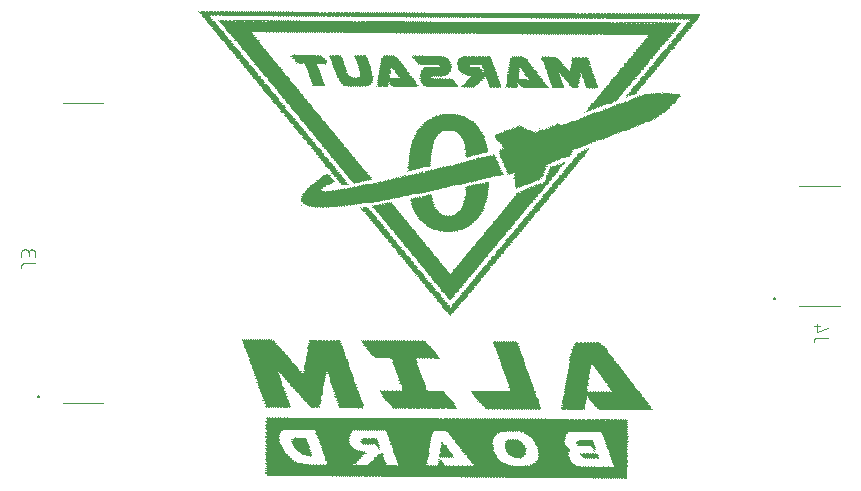
<source format=gbr>
G04 EAGLE Gerber RS-274X export*
G75*
%MOMM*%
%FSLAX34Y34*%
%LPD*%
%INSilkscreen Bottom*%
%IPPOS*%
%AMOC8*
5,1,8,0,0,1.08239X$1,22.5*%
G01*
%ADD10R,0.076200X0.076200*%
%ADD11R,0.152400X0.076200*%
%ADD12R,0.228600X0.076200*%
%ADD13R,0.304800X0.076200*%
%ADD14R,9.982200X0.076200*%
%ADD15R,20.802600X0.076200*%
%ADD16R,30.556200X0.076200*%
%ADD17R,30.632400X0.076200*%
%ADD18R,26.593800X0.076200*%
%ADD19R,1.143000X0.076200*%
%ADD20R,11.049000X0.076200*%
%ADD21R,2.514600X0.076200*%
%ADD22R,0.685800X0.076200*%
%ADD23R,3.200400X0.076200*%
%ADD24R,3.962400X0.076200*%
%ADD25R,3.581400X0.076200*%
%ADD26R,2.286000X0.076200*%
%ADD27R,1.600200X0.076200*%
%ADD28R,2.438400X0.076200*%
%ADD29R,0.533400X0.076200*%
%ADD30R,2.895600X0.076200*%
%ADD31R,3.505200X0.076200*%
%ADD32R,1.219200X0.076200*%
%ADD33R,2.971800X0.076200*%
%ADD34R,2.362200X0.076200*%
%ADD35R,1.447800X0.076200*%
%ADD36R,2.819400X0.076200*%
%ADD37R,3.429000X0.076200*%
%ADD38R,1.371600X0.076200*%
%ADD39R,0.457200X0.076200*%
%ADD40R,2.743200X0.076200*%
%ADD41R,2.590800X0.076200*%
%ADD42R,1.295400X0.076200*%
%ADD43R,0.381000X0.076200*%
%ADD44R,3.048000X0.076200*%
%ADD45R,1.066800X0.076200*%
%ADD46R,0.914400X0.076200*%
%ADD47R,2.667000X0.076200*%
%ADD48R,2.133600X0.076200*%
%ADD49R,0.838200X0.076200*%
%ADD50R,2.057400X0.076200*%
%ADD51R,0.609600X0.076200*%
%ADD52R,1.981200X0.076200*%
%ADD53R,0.990600X0.076200*%
%ADD54R,1.524000X0.076200*%
%ADD55R,1.905000X0.076200*%
%ADD56R,3.276600X0.076200*%
%ADD57R,1.828800X0.076200*%
%ADD58R,0.762000X0.076200*%
%ADD59R,1.676400X0.076200*%
%ADD60R,3.657600X0.076200*%
%ADD61R,1.752600X0.076200*%
%ADD62R,3.124200X0.076200*%
%ADD63R,3.352800X0.076200*%
%ADD64R,3.733800X0.076200*%
%ADD65R,3.886200X0.076200*%
%ADD66R,3.810000X0.076200*%
%ADD67R,4.038600X0.076200*%
%ADD68R,4.114800X0.076200*%
%ADD69R,2.209800X0.076200*%
%ADD70R,4.419600X0.076200*%
%ADD71R,5.029200X0.076200*%
%ADD72R,9.220200X0.076200*%
%ADD73R,20.497800X0.076200*%
%ADD74R,28.651200X0.076200*%
%ADD75R,25.603200X0.076200*%
%ADD76R,14.630400X0.076200*%
%ADD77R,4.572000X0.076200*%
%ADD78R,4.724400X0.076200*%
%ADD79R,4.648200X0.076200*%
%ADD80R,5.410200X0.076200*%
%ADD81R,4.800600X0.076200*%
%ADD82R,5.486400X0.076200*%
%ADD83R,4.876800X0.076200*%
%ADD84R,4.953000X0.076200*%
%ADD85R,5.562600X0.076200*%
%ADD86R,5.105400X0.076200*%
%ADD87R,5.181600X0.076200*%
%ADD88R,5.257800X0.076200*%
%ADD89R,6.553200X0.076200*%
%ADD90R,5.334000X0.076200*%
%ADD91R,6.629400X0.076200*%
%ADD92R,6.477000X0.076200*%
%ADD93R,6.400800X0.076200*%
%ADD94R,4.191000X0.076200*%
%ADD95R,4.267200X0.076200*%
%ADD96R,5.943600X0.076200*%
%ADD97R,6.934200X0.076200*%
%ADD98R,7.391400X0.076200*%
%ADD99R,7.848600X0.076200*%
%ADD100R,8.229600X0.076200*%
%ADD101R,8.610600X0.076200*%
%ADD102R,8.991600X0.076200*%
%ADD103R,9.372600X0.076200*%
%ADD104R,9.601200X0.076200*%
%ADD105R,9.906000X0.076200*%
%ADD106R,10.134600X0.076200*%
%ADD107R,8.763000X0.076200*%
%ADD108R,8.001000X0.076200*%
%ADD109R,7.924800X0.076200*%
%ADD110R,7.772400X0.076200*%
%ADD111R,7.467600X0.076200*%
%ADD112R,7.620000X0.076200*%
%ADD113R,7.543800X0.076200*%
%ADD114R,7.162800X0.076200*%
%ADD115R,6.096000X0.076200*%
%ADD116R,5.638800X0.076200*%
%ADD117R,4.343400X0.076200*%
%ADD118R,5.867400X0.076200*%
%ADD119R,6.172200X0.076200*%
%ADD120R,6.248400X0.076200*%
%ADD121R,6.858000X0.076200*%
%ADD122R,7.086600X0.076200*%
%ADD123R,7.315200X0.076200*%
%ADD124R,8.382000X0.076200*%
%ADD125R,8.915400X0.076200*%
%ADD126R,9.144000X0.076200*%
%ADD127R,9.448800X0.076200*%
%ADD128R,10.058400X0.076200*%
%ADD129R,7.010400X0.076200*%
%ADD130R,6.324600X0.076200*%
%ADD131R,6.019800X0.076200*%
%ADD132R,5.715000X0.076200*%
%ADD133R,5.791200X0.076200*%
%ADD134R,4.495800X0.076200*%
%ADD135R,16.687800X0.076200*%
%ADD136R,27.584400X0.076200*%
%ADD137R,37.719000X0.076200*%
%ADD138R,37.871400X0.076200*%
%ADD139R,38.023800X0.076200*%
%ADD140R,38.100000X0.076200*%
%ADD141R,38.328600X0.076200*%
%ADD142R,38.481000X0.076200*%
%ADD143R,38.557200X0.076200*%
%ADD144R,38.785800X0.076200*%
%ADD145R,34.290000X0.076200*%
%ADD146R,23.164800X0.076200*%
%ADD147R,12.496800X0.076200*%
%ADD148R,6.705600X0.076200*%
%ADD149R,18.516600X0.076200*%
%ADD150R,29.489400X0.076200*%
%ADD151R,40.462200X0.076200*%
%ADD152R,42.138600X0.076200*%
%ADD153R,31.775400X0.076200*%
%ADD154R,20.726400X0.076200*%
%ADD155R,10.210800X0.076200*%
%ADD156C,0.100000*%
%ADD157C,0.200000*%
%ADD158C,0.101600*%


D10*
X646938Y73152D03*
X649224Y73152D03*
X651510Y73152D03*
X653796Y73152D03*
X655320Y73152D03*
X656844Y73152D03*
X658368Y73152D03*
X659892Y73152D03*
X661416Y73152D03*
X662940Y73152D03*
X664464Y73152D03*
X665988Y73152D03*
X667512Y73152D03*
X669036Y73152D03*
D11*
X670941Y73152D03*
X673227Y73152D03*
D10*
X675132Y73152D03*
X535686Y73914D03*
X538734Y73914D03*
X541020Y73914D03*
X543306Y73914D03*
X544830Y73914D03*
X546354Y73914D03*
X547878Y73914D03*
X549402Y73914D03*
X550926Y73914D03*
X552450Y73914D03*
X553974Y73914D03*
X555498Y73914D03*
X557022Y73914D03*
X558546Y73914D03*
D11*
X560451Y73914D03*
X562737Y73914D03*
X565023Y73914D03*
X567309Y73914D03*
D12*
X569976Y73914D03*
D13*
X573405Y73914D03*
D14*
X625602Y73914D03*
D10*
X426720Y74676D03*
X429768Y74676D03*
X432054Y74676D03*
X434340Y74676D03*
X435864Y74676D03*
X437388Y74676D03*
X438912Y74676D03*
X440436Y74676D03*
X441960Y74676D03*
X443484Y74676D03*
X445008Y74676D03*
X446532Y74676D03*
X448056Y74676D03*
X449580Y74676D03*
X451104Y74676D03*
D11*
X453009Y74676D03*
X455295Y74676D03*
X457581Y74676D03*
X459867Y74676D03*
D12*
X462534Y74676D03*
X465582Y74676D03*
D15*
X571500Y74676D03*
D16*
X522732Y75438D03*
X522732Y76200D03*
D17*
X522351Y76962D03*
D16*
X522732Y77724D03*
D17*
X522351Y78486D03*
D16*
X522732Y79248D03*
D17*
X522351Y80010D03*
D16*
X522732Y80772D03*
D17*
X522351Y81534D03*
D16*
X522732Y82296D03*
D18*
X502158Y83058D03*
D10*
X636270Y83058D03*
X638556Y83058D03*
X640842Y83058D03*
X643128Y83058D03*
X645414Y83058D03*
X648462Y83058D03*
X656082Y83058D03*
X659892Y83058D03*
D19*
X669798Y83058D03*
D20*
X425196Y83820D03*
D21*
X493776Y83820D03*
D10*
X507492Y83820D03*
X509016Y83820D03*
X510540Y83820D03*
X512064Y83820D03*
X513588Y83820D03*
D22*
X518160Y83820D03*
D10*
X522732Y83820D03*
X525780Y83820D03*
X528828Y83820D03*
X532638Y83820D03*
X536448Y83820D03*
X540258Y83820D03*
X543306Y83820D03*
D23*
X561213Y83820D03*
D10*
X578358Y83820D03*
X589788Y83820D03*
X591312Y83820D03*
D24*
X612267Y83820D03*
D19*
X669798Y83820D03*
D25*
X387096Y84582D03*
D10*
X406146Y84582D03*
X407670Y84582D03*
X409956Y84582D03*
X413004Y84582D03*
X416052Y84582D03*
X418338Y84582D03*
D26*
X432435Y84582D03*
D10*
X446532Y84582D03*
D27*
X463296Y84582D03*
D28*
X493395Y84582D03*
D29*
X518160Y84582D03*
D30*
X559689Y84582D03*
D10*
X593598Y84582D03*
D31*
X612267Y84582D03*
D10*
X630936Y84582D03*
D32*
X669417Y84582D03*
D33*
X384810Y85344D03*
D10*
X400812Y85344D03*
D34*
X433578Y85344D03*
D35*
X464058Y85344D03*
D21*
X493776Y85344D03*
D29*
X518160Y85344D03*
D36*
X558546Y85344D03*
D37*
X612648Y85344D03*
D32*
X669417Y85344D03*
D36*
X383286Y86106D03*
D10*
X398526Y86106D03*
D28*
X433197Y86106D03*
D38*
X463677Y86106D03*
D21*
X493776Y86106D03*
D39*
X517779Y86106D03*
D40*
X557403Y86106D03*
D23*
X613029Y86106D03*
D32*
X669417Y86106D03*
D41*
X382905Y86868D03*
X433959Y86868D03*
D42*
X464820Y86868D03*
D41*
X493395Y86868D03*
D43*
X517398Y86868D03*
D40*
X556641Y86868D03*
D44*
X613029Y86868D03*
D42*
X669036Y86868D03*
D28*
X381381Y87630D03*
D10*
X394716Y87630D03*
D41*
X433959Y87630D03*
D19*
X464058Y87630D03*
D41*
X493395Y87630D03*
D13*
X517017Y87630D03*
D41*
X555879Y87630D03*
D33*
X612648Y87630D03*
D42*
X669036Y87630D03*
D34*
X381762Y88392D03*
D36*
X434340Y88392D03*
D45*
X465201Y88392D03*
D41*
X493395Y88392D03*
D12*
X517398Y88392D03*
D41*
X555117Y88392D03*
D36*
X613410Y88392D03*
D38*
X669417Y88392D03*
D26*
X380619Y89154D03*
D36*
X434340Y89154D03*
D46*
X465201Y89154D03*
D47*
X493014Y89154D03*
D11*
X516255Y89154D03*
D41*
X554355Y89154D03*
D40*
X613029Y89154D03*
D38*
X668655Y89154D03*
D48*
X380619Y89916D03*
D44*
X434721Y89916D03*
D49*
X465582Y89916D03*
D40*
X493395Y89916D03*
D41*
X553593Y89916D03*
D10*
X585216Y89916D03*
D40*
X613029Y89916D03*
D10*
X640842Y89916D03*
X642366Y89916D03*
X643890Y89916D03*
X645414Y89916D03*
X646938Y89916D03*
X648462Y89916D03*
D11*
X650367Y89916D03*
D38*
X668655Y89916D03*
D50*
X379476Y90678D03*
D44*
X434721Y90678D03*
D49*
X465582Y90678D03*
D40*
X493395Y90678D03*
D10*
X518160Y90678D03*
X519684Y90678D03*
X521208Y90678D03*
X522732Y90678D03*
X524256Y90678D03*
X525780Y90678D03*
X527304Y90678D03*
X528828Y90678D03*
D41*
X552831Y90678D03*
D51*
X582549Y90678D03*
D40*
X613029Y90678D03*
D42*
X644652Y90678D03*
D38*
X668655Y90678D03*
D52*
X379857Y91440D03*
D10*
X407670Y91440D03*
D23*
X435483Y91440D03*
D29*
X466344Y91440D03*
D36*
X493014Y91440D03*
D32*
X522351Y91440D03*
D21*
X552450Y91440D03*
D53*
X582930Y91440D03*
D41*
X613029Y91440D03*
D38*
X644271Y91440D03*
D54*
X668655Y91440D03*
D55*
X378714Y92202D03*
D29*
X406146Y92202D03*
D56*
X435102Y92202D03*
D29*
X466344Y92202D03*
D36*
X493014Y92202D03*
D32*
X522351Y92202D03*
D41*
X552069Y92202D03*
D19*
X582168Y92202D03*
D21*
X612648Y92202D03*
D35*
X643890Y92202D03*
X668274Y92202D03*
D57*
X379095Y92964D03*
D22*
X405384Y92964D03*
D37*
X435864Y92964D03*
D39*
X466725Y92964D03*
D36*
X493014Y92964D03*
D19*
X521970Y92964D03*
D41*
X551307Y92964D03*
D42*
X582168Y92964D03*
D41*
X613029Y92964D03*
D38*
X643509Y92964D03*
D54*
X667893Y92964D03*
D57*
X378333Y93726D03*
D58*
X404241Y93726D03*
D37*
X435864Y93726D03*
D12*
X466344Y93726D03*
D30*
X492633Y93726D03*
D45*
X521589Y93726D03*
D47*
X550926Y93726D03*
D35*
X582168Y93726D03*
D21*
X612648Y93726D03*
D35*
X643128Y93726D03*
D54*
X667893Y93726D03*
D59*
X378333Y94488D03*
D46*
X403479Y94488D03*
D60*
X436245Y94488D03*
D11*
X467487Y94488D03*
D33*
X493014Y94488D03*
D53*
X521970Y94488D03*
D41*
X550545Y94488D03*
D27*
X582168Y94488D03*
D41*
X613029Y94488D03*
D10*
X636270Y94488D03*
D12*
X638556Y94488D03*
D11*
X641223Y94488D03*
D10*
X643128Y94488D03*
X644652Y94488D03*
X646176Y94488D03*
X647700Y94488D03*
X649224Y94488D03*
D27*
X668274Y94488D03*
D59*
X377571Y95250D03*
D53*
X403098Y95250D03*
D25*
X435864Y95250D03*
D44*
X492633Y95250D03*
D46*
X521589Y95250D03*
D47*
X550164Y95250D03*
D27*
X581406Y95250D03*
D21*
X612648Y95250D03*
D27*
X667512Y95250D03*
X377952Y96012D03*
D45*
X401955Y96012D03*
D37*
X435102Y96012D03*
D10*
X453390Y96012D03*
D44*
X492633Y96012D03*
D49*
X521208Y96012D03*
D47*
X549402Y96012D03*
D61*
X581406Y96012D03*
D47*
X613410Y96012D03*
D10*
X648462Y96012D03*
D27*
X667512Y96012D03*
X377190Y96774D03*
D19*
X401574Y96774D03*
D44*
X432435Y96774D03*
D10*
X448818Y96774D03*
D44*
X492633Y96774D03*
D58*
X520827Y96774D03*
D47*
X548640Y96774D03*
D61*
X581406Y96774D03*
D40*
X613029Y96774D03*
D10*
X647700Y96774D03*
D27*
X667512Y96774D03*
D35*
X377190Y97536D03*
D32*
X401193Y97536D03*
D30*
X431673Y97536D03*
D10*
X466344Y97536D03*
D62*
X492252Y97536D03*
D58*
X520827Y97536D03*
D40*
X549021Y97536D03*
D61*
X581406Y97536D03*
D47*
X613410Y97536D03*
D12*
X648462Y97536D03*
D61*
X667512Y97536D03*
D35*
X376428Y98298D03*
D32*
X400431Y98298D03*
D40*
X430911Y98298D03*
D10*
X465582Y98298D03*
D62*
X492252Y98298D03*
D22*
X520446Y98298D03*
D36*
X548640Y98298D03*
D57*
X581025Y98298D03*
D47*
X612648Y98298D03*
D12*
X646938Y98298D03*
D59*
X667131Y98298D03*
D38*
X376809Y99060D03*
D42*
X400050Y99060D03*
D47*
X429768Y99060D03*
D12*
X465582Y99060D03*
D23*
X492633Y99060D03*
D29*
X520446Y99060D03*
D36*
X547878Y99060D03*
D61*
X580644Y99060D03*
D41*
X612267Y99060D03*
D13*
X647319Y99060D03*
D59*
X667131Y99060D03*
D38*
X376047Y99822D03*
D42*
X400050Y99822D03*
D41*
X429387Y99822D03*
D12*
X464820Y99822D03*
D56*
X492252Y99822D03*
D39*
X520065Y99822D03*
D30*
X547497Y99822D03*
D61*
X580644Y99822D03*
D21*
X611886Y99822D03*
D43*
X646176Y99822D03*
D57*
X667131Y99822D03*
D42*
X376428Y100584D03*
X399288Y100584D03*
D41*
X428625Y100584D03*
D13*
X464439Y100584D03*
D56*
X492252Y100584D03*
D39*
X520065Y100584D03*
D33*
X547116Y100584D03*
D59*
X580263Y100584D03*
D21*
X611124Y100584D03*
D39*
X645795Y100584D03*
D61*
X666750Y100584D03*
D42*
X375666Y101346D03*
D32*
X398907Y101346D03*
D41*
X428625Y101346D03*
D43*
X464058Y101346D03*
D56*
X492252Y101346D03*
D43*
X519684Y101346D03*
D33*
X547116Y101346D03*
D59*
X580263Y101346D03*
D21*
X611124Y101346D03*
D35*
X640842Y101346D03*
D61*
X666750Y101346D03*
D32*
X376047Y102108D03*
D38*
X398907Y102108D03*
D21*
X428244Y102108D03*
D10*
X452628Y102108D03*
X454152Y102108D03*
X455676Y102108D03*
X457200Y102108D03*
X458724Y102108D03*
X460248Y102108D03*
D43*
X463296Y102108D03*
D63*
X491871Y102108D03*
D12*
X519684Y102108D03*
D44*
X546735Y102108D03*
D27*
X579882Y102108D03*
D21*
X610362Y102108D03*
D38*
X640461Y102108D03*
D55*
X666750Y102108D03*
D32*
X375285Y102870D03*
D42*
X398526Y102870D03*
D41*
X427863Y102870D03*
D42*
X457962Y102870D03*
D37*
X491490Y102870D03*
D12*
X518922Y102870D03*
D44*
X545973Y102870D03*
D54*
X579501Y102870D03*
D21*
X610362Y102870D03*
D35*
X640080Y102870D03*
D55*
X665988Y102870D03*
D19*
X375666Y103632D03*
D42*
X398526Y103632D03*
D21*
X427482Y103632D03*
D35*
X457962Y103632D03*
D37*
X492252Y103632D03*
D12*
X518922Y103632D03*
D23*
X545973Y103632D03*
D38*
X579501Y103632D03*
D41*
X609981Y103632D03*
D35*
X640080Y103632D03*
D57*
X666369Y103632D03*
D19*
X374904Y104394D03*
D42*
X397764Y104394D03*
D41*
X427863Y104394D03*
D35*
X457200Y104394D03*
D37*
X491490Y104394D03*
D56*
X545592Y104394D03*
D42*
X579120Y104394D03*
D21*
X609600Y104394D03*
D42*
X639318Y104394D03*
D52*
X666369Y104394D03*
D19*
X375666Y105156D03*
D32*
X398145Y105156D03*
D41*
X427101Y105156D03*
D38*
X457581Y105156D03*
D31*
X491871Y105156D03*
D56*
X545592Y105156D03*
D53*
X579120Y105156D03*
D47*
X609600Y105156D03*
D32*
X640461Y105156D03*
D55*
X665988Y105156D03*
D19*
X375666Y105918D03*
D42*
X397764Y105918D03*
D41*
X427101Y105918D03*
D38*
X456819Y105918D03*
D25*
X491490Y105918D03*
D63*
X545211Y105918D03*
D10*
X575310Y105918D03*
X576834Y105918D03*
X578358Y105918D03*
X579882Y105918D03*
X581406Y105918D03*
X582930Y105918D03*
D47*
X608838Y105918D03*
D50*
X665988Y105918D03*
D45*
X375285Y106680D03*
X398145Y106680D03*
D47*
X427482Y106680D03*
D11*
X452247Y106680D03*
X454533Y106680D03*
X456819Y106680D03*
X459105Y106680D03*
X461391Y106680D03*
D10*
X463296Y106680D03*
D25*
X491490Y106680D03*
D31*
X545211Y106680D03*
D36*
X608838Y106680D03*
D52*
X665607Y106680D03*
D19*
X374904Y107442D03*
D10*
X394716Y107442D03*
D47*
X426720Y107442D03*
D25*
X491490Y107442D03*
X544830Y107442D03*
D30*
X608457Y107442D03*
D50*
X665988Y107442D03*
D19*
X375666Y108204D03*
D40*
X427101Y108204D03*
D64*
X491490Y108204D03*
D25*
X544830Y108204D03*
D33*
X608076Y108204D03*
D50*
X665226Y108204D03*
D19*
X374904Y108966D03*
D40*
X427101Y108966D03*
D64*
X491490Y108966D03*
X544830Y108966D03*
D44*
X607695Y108966D03*
D48*
X665607Y108966D03*
D45*
X375285Y109728D03*
D30*
X427101Y109728D03*
D64*
X491490Y109728D03*
D65*
X544830Y109728D03*
D23*
X607695Y109728D03*
D50*
X665226Y109728D03*
D19*
X375666Y110490D03*
D36*
X426720Y110490D03*
D66*
X491109Y110490D03*
D67*
X544830Y110490D03*
D63*
X606933Y110490D03*
D48*
X664845Y110490D03*
D19*
X375666Y111252D03*
D33*
X426720Y111252D03*
D65*
X491490Y111252D03*
D68*
X545211Y111252D03*
D10*
X566928Y111252D03*
D60*
X606933Y111252D03*
D69*
X665226Y111252D03*
D42*
X375666Y112014D03*
D44*
X427101Y112014D03*
D65*
X491490Y112014D03*
D70*
X545973Y112014D03*
D10*
X586740Y112014D03*
D64*
X606552Y112014D03*
D69*
X664464Y112014D03*
D32*
X376047Y112776D03*
D62*
X427482Y112776D03*
D67*
X491490Y112776D03*
D71*
X547497Y112776D03*
D10*
X573786Y112776D03*
X575310Y112776D03*
X576834Y112776D03*
X578358Y112776D03*
X579882Y112776D03*
X581406Y112776D03*
X582930Y112776D03*
D72*
X630174Y112776D03*
D38*
X376809Y113538D03*
D56*
X427482Y113538D03*
D10*
X445008Y113538D03*
X447294Y113538D03*
X449580Y113538D03*
X451104Y113538D03*
X452628Y113538D03*
X454152Y113538D03*
X455676Y113538D03*
X457200Y113538D03*
X458724Y113538D03*
X460248Y113538D03*
X461772Y113538D03*
X463296Y113538D03*
X464820Y113538D03*
X466344Y113538D03*
X467868Y113538D03*
X469392Y113538D03*
D73*
X573024Y113538D03*
D17*
X523113Y114300D03*
X522351Y115062D03*
X523113Y115824D03*
D16*
X522732Y116586D03*
D17*
X523113Y117348D03*
X522351Y118110D03*
X523113Y118872D03*
D16*
X522732Y119634D03*
D17*
X523113Y120396D03*
X522351Y121158D03*
D74*
X513207Y121920D03*
D55*
X666750Y121920D03*
D75*
X497967Y122682D03*
D11*
X627507Y122682D03*
X629793Y122682D03*
X632079Y122682D03*
X634365Y122682D03*
D10*
X636270Y122682D03*
D11*
X638175Y122682D03*
D10*
X640080Y122682D03*
D11*
X641985Y122682D03*
X644271Y122682D03*
X646557Y122682D03*
D13*
X649605Y122682D03*
D46*
X656463Y122682D03*
D11*
X662559Y122682D03*
X664845Y122682D03*
D10*
X666750Y122682D03*
X668274Y122682D03*
X669798Y122682D03*
X671322Y122682D03*
X672846Y122682D03*
X674370Y122682D03*
D76*
X443103Y123444D03*
D12*
X518160Y123444D03*
D11*
X520827Y123444D03*
X523113Y123444D03*
X525399Y123444D03*
X527685Y123444D03*
D10*
X529590Y123444D03*
D11*
X531495Y123444D03*
D10*
X533400Y123444D03*
X534924Y123444D03*
X536448Y123444D03*
X537972Y123444D03*
X539496Y123444D03*
X541020Y123444D03*
X542544Y123444D03*
X544068Y123444D03*
X545592Y123444D03*
X547116Y123444D03*
X548640Y123444D03*
X550164Y123444D03*
X551688Y123444D03*
X553212Y123444D03*
X554736Y123444D03*
X556260Y123444D03*
X557784Y123444D03*
X559308Y123444D03*
X560832Y123444D03*
X562356Y123444D03*
X563880Y123444D03*
X565404Y123444D03*
X566928Y123444D03*
X568452Y123444D03*
X569976Y123444D03*
X571500Y123444D03*
X573024Y123444D03*
X574548Y123444D03*
X576072Y123444D03*
X577596Y123444D03*
X579120Y123444D03*
X580644Y123444D03*
X582168Y123444D03*
X583692Y123444D03*
X585216Y123444D03*
X587502Y123444D03*
X589026Y123444D03*
X591312Y123444D03*
X593598Y123444D03*
X595884Y123444D03*
X598170Y123444D03*
X600456Y123444D03*
X603504Y123444D03*
X606552Y123444D03*
D64*
X388620Y124206D03*
D11*
X408813Y124206D03*
X411099Y124206D03*
X413385Y124206D03*
X415671Y124206D03*
X417957Y124206D03*
D10*
X419862Y124206D03*
D11*
X421767Y124206D03*
D10*
X423672Y124206D03*
X425196Y124206D03*
D11*
X427101Y124206D03*
X429387Y124206D03*
D12*
X432054Y124206D03*
D39*
X436245Y124206D03*
D12*
X440436Y124206D03*
D11*
X443103Y124206D03*
X445389Y124206D03*
D10*
X447294Y124206D03*
X448818Y124206D03*
X450342Y124206D03*
X451866Y124206D03*
X453390Y124206D03*
X454914Y124206D03*
X456438Y124206D03*
X457962Y124206D03*
X459486Y124206D03*
X461010Y124206D03*
X462534Y124206D03*
X464058Y124206D03*
X465582Y124206D03*
X467106Y124206D03*
X468630Y124206D03*
X470154Y124206D03*
X471678Y124206D03*
X473202Y124206D03*
X474726Y124206D03*
X477012Y124206D03*
X478536Y124206D03*
X480822Y124206D03*
X483108Y124206D03*
X485394Y124206D03*
X487680Y124206D03*
X489966Y124206D03*
X493014Y124206D03*
X496062Y124206D03*
X371094Y124968D03*
X373380Y124968D03*
X375666Y124968D03*
X377952Y124968D03*
X380238Y124968D03*
X382524Y124968D03*
X385572Y124968D03*
X388620Y124968D03*
X669036Y131064D03*
X672084Y131064D03*
X674370Y131064D03*
X676656Y131064D03*
X678942Y131064D03*
X681228Y131064D03*
X682752Y131064D03*
X684276Y131064D03*
X685800Y131064D03*
X687324Y131064D03*
X688848Y131064D03*
X690372Y131064D03*
X691896Y131064D03*
X693420Y131064D03*
X694944Y131064D03*
X558546Y131826D03*
X561594Y131826D03*
X563880Y131826D03*
X566166Y131826D03*
X568452Y131826D03*
X570738Y131826D03*
X572262Y131826D03*
X573786Y131826D03*
X575310Y131826D03*
X576834Y131826D03*
X578358Y131826D03*
X579882Y131826D03*
X581406Y131826D03*
X582930Y131826D03*
X584454Y131826D03*
X585978Y131826D03*
X587502Y131826D03*
X589026Y131826D03*
X590550Y131826D03*
X592074Y131826D03*
X593598Y131826D03*
X595122Y131826D03*
X596646Y131826D03*
D11*
X598551Y131826D03*
D10*
X600456Y131826D03*
X601980Y131826D03*
D13*
X622173Y131826D03*
D39*
X626745Y131826D03*
D49*
X633984Y131826D03*
D10*
X639318Y131826D03*
D77*
X673989Y131826D03*
D10*
X448056Y132588D03*
X451866Y132588D03*
X477774Y132588D03*
X479298Y132588D03*
X480822Y132588D03*
X482346Y132588D03*
X483870Y132588D03*
X485394Y132588D03*
X486918Y132588D03*
X488442Y132588D03*
D11*
X490347Y132588D03*
X492633Y132588D03*
X494919Y132588D03*
X497205Y132588D03*
X499491Y132588D03*
X501777Y132588D03*
D12*
X504444Y132588D03*
D13*
X507873Y132588D03*
X511683Y132588D03*
X515493Y132588D03*
D43*
X519684Y132588D03*
D46*
X526923Y132588D03*
D78*
X578739Y132588D03*
D52*
X629793Y132588D03*
D79*
X672846Y132588D03*
D10*
X370332Y133350D03*
X371856Y133350D03*
X373380Y133350D03*
X374904Y133350D03*
X376428Y133350D03*
X377952Y133350D03*
D11*
X379857Y133350D03*
X382143Y133350D03*
X384429Y133350D03*
X386715Y133350D03*
D10*
X388620Y133350D03*
X390144Y133350D03*
D43*
X409194Y133350D03*
D12*
X413004Y133350D03*
D10*
X415290Y133350D03*
D50*
X441960Y133350D03*
D80*
X503682Y133350D03*
D81*
X578358Y133350D03*
D52*
X629793Y133350D03*
D79*
X672846Y133350D03*
D48*
X379857Y134112D03*
D49*
X410718Y134112D03*
D50*
X441960Y134112D03*
D82*
X503301Y134112D03*
D81*
X577596Y134112D03*
D55*
X630174Y134112D03*
D78*
X671703Y134112D03*
D50*
X379476Y134874D03*
D46*
X410337Y134874D03*
D48*
X441579Y134874D03*
D82*
X502539Y134874D03*
D83*
X577215Y134874D03*
D52*
X629793Y134874D03*
D78*
X670941Y134874D03*
D50*
X379476Y135636D03*
D45*
X410337Y135636D03*
D48*
X441579Y135636D03*
D82*
X501777Y135636D03*
D84*
X576834Y135636D03*
D55*
X630174Y135636D03*
D79*
X670560Y135636D03*
D48*
X379095Y136398D03*
D19*
X409956Y136398D03*
D50*
X441198Y136398D03*
D85*
X501396Y136398D03*
D84*
X576072Y136398D03*
D52*
X630555Y136398D03*
D78*
X670179Y136398D03*
D50*
X378714Y137160D03*
D19*
X409956Y137160D03*
D48*
X440817Y137160D03*
D85*
X500634Y137160D03*
D71*
X575691Y137160D03*
D52*
X630555Y137160D03*
D78*
X669417Y137160D03*
D50*
X378714Y137922D03*
D42*
X409194Y137922D03*
D50*
X440436Y137922D03*
D85*
X499872Y137922D03*
D10*
X549402Y137922D03*
D71*
X575691Y137922D03*
D52*
X630555Y137922D03*
D78*
X668655Y137922D03*
D48*
X378333Y138684D03*
D42*
X409194Y138684D03*
D50*
X440436Y138684D03*
D85*
X499110Y138684D03*
D71*
X574929Y138684D03*
D55*
X630936Y138684D03*
D78*
X667893Y138684D03*
D48*
X377571Y139446D03*
D35*
X409194Y139446D03*
D48*
X440055Y139446D03*
D85*
X498348Y139446D03*
D86*
X574548Y139446D03*
D52*
X630555Y139446D03*
D79*
X667512Y139446D03*
D50*
X377952Y140208D03*
D54*
X408813Y140208D03*
D50*
X439674Y140208D03*
D85*
X498348Y140208D03*
D87*
X574167Y140208D03*
D52*
X631317Y140208D03*
D78*
X667131Y140208D03*
D50*
X377190Y140970D03*
D27*
X408432Y140970D03*
D50*
X439674Y140970D03*
D85*
X497586Y140970D03*
D87*
X573405Y140970D03*
D52*
X631317Y140970D03*
D78*
X666369Y140970D03*
D50*
X377190Y141732D03*
D59*
X408051Y141732D03*
D48*
X439293Y141732D03*
D85*
X496824Y141732D03*
D88*
X573024Y141732D03*
D52*
X631317Y141732D03*
D78*
X665607Y141732D03*
D48*
X376809Y142494D03*
D61*
X407670Y142494D03*
D48*
X438531Y142494D03*
D85*
X496062Y142494D03*
D88*
X572262Y142494D03*
D52*
X631317Y142494D03*
D79*
X665226Y142494D03*
D50*
X376428Y143256D03*
D55*
X407670Y143256D03*
D50*
X438912Y143256D03*
D82*
X495681Y143256D03*
D88*
X572262Y143256D03*
D89*
X654939Y143256D03*
D50*
X376428Y144018D03*
D52*
X407289Y144018D03*
D48*
X438531Y144018D03*
D82*
X494919Y144018D03*
D90*
X571881Y144018D03*
D91*
X654558Y144018D03*
D48*
X376047Y144780D03*
D52*
X407289Y144780D03*
D50*
X438150Y144780D03*
D82*
X494157Y144780D03*
D90*
X571119Y144780D03*
D92*
X654558Y144780D03*
D50*
X375666Y145542D03*
D48*
X406527Y145542D03*
D50*
X438150Y145542D03*
D80*
X493776Y145542D03*
X570738Y145542D03*
D93*
X654177Y145542D03*
D50*
X375666Y146304D03*
D69*
X406908Y146304D03*
D50*
X437388Y146304D03*
D80*
X493014Y146304D03*
X570738Y146304D03*
D50*
X632460Y146304D03*
D10*
X644652Y146304D03*
X646938Y146304D03*
X649224Y146304D03*
X651510Y146304D03*
X653796Y146304D03*
X656082Y146304D03*
X658368Y146304D03*
X660654Y146304D03*
D34*
X674370Y146304D03*
D48*
X375285Y147066D03*
D69*
X406146Y147066D03*
D48*
X437007Y147066D03*
D94*
X486918Y147066D03*
D49*
X512826Y147066D03*
D10*
X518160Y147066D03*
X544068Y147066D03*
X546354Y147066D03*
X548640Y147066D03*
X550926Y147066D03*
X553212Y147066D03*
X555498Y147066D03*
X557784Y147066D03*
X560070Y147066D03*
X562356Y147066D03*
X564642Y147066D03*
X566928Y147066D03*
X569214Y147066D03*
X571500Y147066D03*
X573786Y147066D03*
X575310Y147066D03*
D50*
X586740Y147066D03*
D52*
X632079Y147066D03*
D69*
X673608Y147066D03*
D50*
X374904Y147828D03*
D34*
X406146Y147828D03*
D50*
X437388Y147828D03*
D10*
X467106Y147828D03*
X470154Y147828D03*
X473202Y147828D03*
X477012Y147828D03*
X480822Y147828D03*
X483108Y147828D03*
D48*
X495681Y147828D03*
D50*
X586740Y147828D03*
D55*
X632460Y147828D03*
D26*
X673227Y147828D03*
D50*
X374904Y148590D03*
D28*
X405765Y148590D03*
D50*
X436626Y148590D03*
X495300Y148590D03*
X586740Y148590D03*
D52*
X632079Y148590D03*
D26*
X672465Y148590D03*
D48*
X374523Y149352D03*
D21*
X405384Y149352D03*
D50*
X436626Y149352D03*
X495300Y149352D03*
X585978Y149352D03*
D55*
X632460Y149352D03*
D69*
X672084Y149352D03*
D48*
X373761Y150114D03*
D41*
X405003Y150114D03*
D48*
X436245Y150114D03*
D50*
X494538Y150114D03*
D48*
X585597Y150114D03*
D55*
X632460Y150114D03*
D69*
X671322Y150114D03*
D50*
X374142Y150876D03*
D47*
X404622Y150876D03*
D50*
X435864Y150876D03*
X494538Y150876D03*
D52*
X585597Y150876D03*
D55*
X632460Y150876D03*
D26*
X670941Y150876D03*
D50*
X373380Y151638D03*
D36*
X404622Y151638D03*
D50*
X435864Y151638D03*
X494538Y151638D03*
X585216Y151638D03*
D52*
X632841Y151638D03*
D26*
X670179Y151638D03*
D50*
X373380Y152400D03*
D36*
X404622Y152400D03*
D48*
X435483Y152400D03*
D50*
X493776Y152400D03*
X585216Y152400D03*
D55*
X633222Y152400D03*
D69*
X669798Y152400D03*
D50*
X373380Y153162D03*
D30*
X404241Y153162D03*
D50*
X435102Y153162D03*
D48*
X493395Y153162D03*
D50*
X584454Y153162D03*
D52*
X632841Y153162D03*
D69*
X669036Y153162D03*
D50*
X372618Y153924D03*
D33*
X403860Y153924D03*
D50*
X435102Y153924D03*
X493776Y153924D03*
X584454Y153924D03*
D55*
X633222Y153924D03*
D26*
X668655Y153924D03*
D48*
X372237Y154686D03*
D44*
X403479Y154686D03*
D50*
X434340Y154686D03*
X493014Y154686D03*
X584454Y154686D03*
D55*
X633222Y154686D03*
D69*
X668274Y154686D03*
D50*
X372618Y155448D03*
D23*
X403479Y155448D03*
D50*
X434340Y155448D03*
X493014Y155448D03*
X583692Y155448D03*
D55*
X633222Y155448D03*
D69*
X667512Y155448D03*
D50*
X371856Y156210D03*
D56*
X403098Y156210D03*
D50*
X434340Y156210D03*
D48*
X492633Y156210D03*
D50*
X583692Y156210D03*
D55*
X633222Y156210D03*
D69*
X666750Y156210D03*
D50*
X371856Y156972D03*
D63*
X402717Y156972D03*
D50*
X433578Y156972D03*
X492252Y156972D03*
X583692Y156972D03*
D55*
X633984Y156972D03*
D26*
X666369Y156972D03*
D48*
X371475Y157734D03*
D37*
X402336Y157734D03*
D50*
X433578Y157734D03*
X492252Y157734D03*
X582930Y157734D03*
D52*
X633603Y157734D03*
D69*
X665988Y157734D03*
D50*
X371094Y158496D03*
D25*
X402336Y158496D03*
D50*
X433578Y158496D03*
X491490Y158496D03*
X582930Y158496D03*
D55*
X633984Y158496D03*
D69*
X665226Y158496D03*
D50*
X371094Y159258D03*
D25*
X401574Y159258D03*
D50*
X432816Y159258D03*
X491490Y159258D03*
X582930Y159258D03*
D55*
X633984Y159258D03*
D69*
X664464Y159258D03*
D48*
X370713Y160020D03*
D60*
X401955Y160020D03*
D50*
X432816Y160020D03*
X491490Y160020D03*
X582168Y160020D03*
D55*
X633984Y160020D03*
D48*
X664083Y160020D03*
D50*
X370332Y160782D03*
D64*
X401574Y160782D03*
D50*
X432816Y160782D03*
X490728Y160782D03*
X582168Y160782D03*
D55*
X633984Y160782D03*
D69*
X663702Y160782D03*
D50*
X370332Y161544D03*
D66*
X401193Y161544D03*
D50*
X432054Y161544D03*
X490728Y161544D03*
D52*
X581787Y161544D03*
D55*
X634746Y161544D03*
D69*
X662940Y161544D03*
D50*
X369570Y162306D03*
D55*
X390906Y162306D03*
X410718Y162306D03*
D48*
X431673Y162306D03*
D50*
X490728Y162306D03*
X581406Y162306D03*
D55*
X634746Y162306D03*
D69*
X662178Y162306D03*
D50*
X369570Y163068D03*
D55*
X390144Y163068D03*
X410718Y163068D03*
D50*
X432054Y163068D03*
X489966Y163068D03*
X581406Y163068D03*
D55*
X634746Y163068D03*
D48*
X661797Y163068D03*
D67*
X379476Y163830D03*
X421386Y163830D03*
D50*
X489966Y163830D03*
D52*
X581025Y163830D03*
D55*
X634746Y163830D03*
D69*
X661416Y163830D03*
D24*
X378333Y164592D03*
X421767Y164592D03*
D50*
X489966Y164592D03*
X580644Y164592D03*
D55*
X634746Y164592D03*
D69*
X660654Y164592D03*
D24*
X378333Y165354D03*
D65*
X421386Y165354D03*
D50*
X489204Y165354D03*
X580644Y165354D03*
D55*
X634746Y165354D03*
D69*
X659892Y165354D03*
D24*
X377571Y166116D03*
D65*
X421386Y166116D03*
D50*
X489204Y166116D03*
X579882Y166116D03*
D57*
X635127Y166116D03*
D48*
X659511Y166116D03*
D65*
X377190Y166878D03*
X421386Y166878D03*
D50*
X489204Y166878D03*
X579882Y166878D03*
D55*
X635508Y166878D03*
D48*
X658749Y166878D03*
D66*
X376809Y167640D03*
X421005Y167640D03*
D50*
X488442Y167640D03*
X579882Y167640D03*
D55*
X635508Y167640D03*
D69*
X658368Y167640D03*
D64*
X376428Y168402D03*
D66*
X421005Y168402D03*
D50*
X488442Y168402D03*
X579120Y168402D03*
D55*
X635508Y168402D03*
D69*
X657606Y168402D03*
D64*
X375666Y169164D03*
X421386Y169164D03*
D50*
X487680Y169164D03*
X579120Y169164D03*
D55*
X635508Y169164D03*
D48*
X657225Y169164D03*
D60*
X375285Y169926D03*
X421005Y169926D03*
D50*
X487680Y169926D03*
X579120Y169926D03*
D68*
X646557Y169926D03*
D64*
X374904Y170688D03*
D60*
X421005Y170688D03*
D50*
X487680Y170688D03*
X578358Y170688D03*
D68*
X646557Y170688D03*
D25*
X374142Y171450D03*
D60*
X421005Y171450D03*
D48*
X487299Y171450D03*
D50*
X578358Y171450D03*
D24*
X646557Y171450D03*
D25*
X374142Y172212D03*
D31*
X421005Y172212D03*
D50*
X486918Y172212D03*
D52*
X577977Y172212D03*
D65*
X646176Y172212D03*
D25*
X373380Y172974D03*
D31*
X421005Y172974D03*
D50*
X486918Y172974D03*
X577596Y172974D03*
D66*
X645795Y172974D03*
D31*
X372999Y173736D03*
X421005Y173736D03*
D50*
X486156Y173736D03*
X577596Y173736D03*
D66*
X645795Y173736D03*
D37*
X372618Y174498D03*
X420624Y174498D03*
D48*
X485775Y174498D03*
D10*
X497586Y174498D03*
X499872Y174498D03*
X502158Y174498D03*
X504444Y174498D03*
X506730Y174498D03*
X509016Y174498D03*
X510540Y174498D03*
D39*
X513969Y174498D03*
D48*
X577215Y174498D03*
D64*
X645414Y174498D03*
D37*
X371856Y175260D03*
X420624Y175260D03*
D80*
X489204Y175260D03*
D50*
X576834Y175260D03*
D60*
X645033Y175260D03*
D63*
X371475Y176022D03*
D37*
X420624Y176022D03*
D82*
X488061Y176022D03*
D50*
X576834Y176022D03*
D25*
X644652Y176022D03*
D63*
X371475Y176784D03*
D56*
X420624Y176784D03*
D85*
X487680Y176784D03*
D50*
X576072Y176784D03*
D37*
X644652Y176784D03*
D56*
X370332Y177546D03*
X420624Y177546D03*
D85*
X486918Y177546D03*
D50*
X576072Y177546D03*
D37*
X644652Y177546D03*
D56*
X370332Y178308D03*
D23*
X420243Y178308D03*
D85*
X486156Y178308D03*
D50*
X576072Y178308D03*
D63*
X644271Y178308D03*
D23*
X369189Y179070D03*
X420243Y179070D03*
D85*
X485394Y179070D03*
D50*
X575310Y179070D03*
D56*
X643890Y179070D03*
D23*
X369189Y179832D03*
X420243Y179832D03*
D85*
X485394Y179832D03*
D50*
X575310Y179832D03*
D62*
X643890Y179832D03*
D23*
X368427Y180594D03*
D62*
X420624Y180594D03*
D85*
X484632Y180594D03*
D50*
X575310Y180594D03*
D62*
X643890Y180594D03*
X368046Y181356D03*
D44*
X420243Y181356D03*
D85*
X483870Y181356D03*
D50*
X574548Y181356D03*
D44*
X643509Y181356D03*
X367665Y182118D03*
X420243Y182118D03*
D85*
X483108Y182118D03*
D50*
X574548Y182118D03*
D33*
X643128Y182118D03*
D44*
X366903Y182880D03*
D33*
X419862Y182880D03*
D85*
X482346Y182880D03*
D50*
X574548Y182880D03*
D30*
X643509Y182880D03*
D33*
X366522Y183642D03*
X419862Y183642D03*
D82*
X481965Y183642D03*
D50*
X573786Y183642D03*
D40*
X642747Y183642D03*
D30*
X366141Y184404D03*
X420243Y184404D03*
D85*
X481584Y184404D03*
D50*
X573786Y184404D03*
D40*
X642747Y184404D03*
D30*
X365379Y185166D03*
D36*
X419862Y185166D03*
D82*
X480441Y185166D03*
D48*
X573405Y185166D03*
D21*
X642366Y185166D03*
D30*
X365379Y185928D03*
D36*
X419862Y185928D03*
D85*
X480060Y185928D03*
D50*
X573024Y185928D03*
D28*
X642747Y185928D03*
D40*
X364617Y186690D03*
X419481Y186690D03*
D82*
X479679Y186690D03*
D50*
X573024Y186690D03*
D26*
X641985Y186690D03*
D36*
X364236Y187452D03*
X419862Y187452D03*
D82*
X478917Y187452D03*
D48*
X572643Y187452D03*
X641985Y187452D03*
D47*
X363474Y188214D03*
D41*
X419481Y188214D03*
D80*
X477774Y188214D03*
D50*
X572262Y188214D03*
D12*
X633222Y188214D03*
X636270Y188214D03*
X639318Y188214D03*
X642366Y188214D03*
D11*
X645033Y188214D03*
X647319Y188214D03*
X649605Y188214D03*
D10*
X651510Y188214D03*
D47*
X363474Y188976D03*
X419862Y188976D03*
D80*
X477774Y188976D03*
D10*
X563118Y188976D03*
X564642Y188976D03*
X566166Y188976D03*
X567690Y188976D03*
X569214Y188976D03*
X570738Y188976D03*
X572262Y188976D03*
X573786Y188976D03*
X575310Y188976D03*
X576834Y188976D03*
X578358Y188976D03*
X579882Y188976D03*
X581406Y188976D03*
D41*
X362331Y189738D03*
D10*
X376428Y189738D03*
D51*
X409575Y189738D03*
D13*
X414909Y189738D03*
D12*
X418338Y189738D03*
X421386Y189738D03*
X424434Y189738D03*
D11*
X427101Y189738D03*
X429387Y189738D03*
X431673Y189738D03*
D10*
X451104Y189738D03*
X452628Y189738D03*
X454152Y189738D03*
X455676Y189738D03*
X457200Y189738D03*
X458724Y189738D03*
X460248Y189738D03*
X461772Y189738D03*
X463296Y189738D03*
X464820Y189738D03*
X466344Y189738D03*
X467868Y189738D03*
X469392Y189738D03*
X470916Y189738D03*
X472440Y189738D03*
X473964Y189738D03*
X475488Y189738D03*
X477012Y189738D03*
X478536Y189738D03*
X480060Y189738D03*
X481584Y189738D03*
X483108Y189738D03*
X484632Y189738D03*
X486156Y189738D03*
X487680Y189738D03*
X489966Y189738D03*
X492252Y189738D03*
X494538Y189738D03*
X496824Y189738D03*
X499110Y189738D03*
X502158Y189738D03*
X350520Y190500D03*
X352044Y190500D03*
X353568Y190500D03*
X355092Y190500D03*
X356616Y190500D03*
X358140Y190500D03*
X359664Y190500D03*
X361188Y190500D03*
X362712Y190500D03*
X364236Y190500D03*
X365760Y190500D03*
X367284Y190500D03*
X368808Y190500D03*
X370332Y190500D03*
X371856Y190500D03*
X373380Y190500D03*
X374904Y190500D03*
X526542Y211074D03*
D11*
X525399Y211836D03*
D43*
X525780Y212598D03*
D39*
X526161Y213360D03*
D51*
X525399Y214122D03*
D22*
X525780Y214884D03*
D49*
X525780Y215646D03*
D53*
X525780Y216408D03*
D19*
X525780Y217170D03*
D51*
X522351Y217932D03*
X529209Y217932D03*
X521589Y218694D03*
D29*
X529590Y218694D03*
D51*
X521589Y219456D03*
D39*
X529971Y219456D03*
D10*
X533400Y219456D03*
D29*
X520446Y220218D03*
D22*
X530352Y220218D03*
D51*
X520065Y220980D03*
X531495Y220980D03*
X519303Y221742D03*
D29*
X531876Y221742D03*
X518922Y222504D03*
D51*
X533019Y222504D03*
X517779Y223266D03*
X533019Y223266D03*
X517779Y224028D03*
X533781Y224028D03*
D29*
X516636Y224790D03*
D12*
X525780Y224790D03*
D51*
X534543Y224790D03*
D22*
X516636Y225552D03*
D43*
X525780Y225552D03*
D51*
X535305Y225552D03*
X515493Y226314D03*
D39*
X525399Y226314D03*
D51*
X536067Y226314D03*
D29*
X515112Y227076D03*
D51*
X526161Y227076D03*
X536829Y227076D03*
X513969Y227838D03*
D22*
X525780Y227838D03*
D51*
X536829Y227838D03*
X513969Y228600D03*
D49*
X525780Y228600D03*
D29*
X537972Y228600D03*
D51*
X513207Y229362D03*
D46*
X525399Y229362D03*
D51*
X538353Y229362D03*
X512445Y230124D03*
D19*
X525780Y230124D03*
D51*
X539115Y230124D03*
X511683Y230886D03*
D19*
X525780Y230886D03*
D22*
X539496Y230886D03*
D51*
X510921Y231648D03*
D35*
X525780Y231648D03*
D51*
X540639Y231648D03*
D29*
X510540Y232410D03*
D35*
X525780Y232410D03*
D51*
X540639Y232410D03*
X510159Y233172D03*
D54*
X525399Y233172D03*
D51*
X542163Y233172D03*
X509397Y233934D03*
D61*
X525780Y233934D03*
D51*
X542163Y233934D03*
X508635Y234696D03*
D57*
X526161Y234696D03*
D51*
X542925Y234696D03*
X507873Y235458D03*
D52*
X525399Y235458D03*
D29*
X543306Y235458D03*
D51*
X507873Y236220D03*
D48*
X526161Y236220D03*
D51*
X544449Y236220D03*
D29*
X506730Y236982D03*
D69*
X525780Y236982D03*
D51*
X544449Y236982D03*
X506349Y237744D03*
D34*
X525780Y237744D03*
D29*
X545592Y237744D03*
D51*
X505587Y238506D03*
D28*
X525399Y238506D03*
D51*
X545973Y238506D03*
X504825Y239268D03*
D47*
X525780Y239268D03*
D51*
X546735Y239268D03*
D29*
X504444Y240030D03*
D40*
X525399Y240030D03*
D51*
X547497Y240030D03*
X503301Y240792D03*
D36*
X525780Y240792D03*
D51*
X548259Y240792D03*
D29*
X502920Y241554D03*
D33*
X525780Y241554D03*
D51*
X548259Y241554D03*
X502539Y242316D03*
D62*
X525780Y242316D03*
D29*
X549402Y242316D03*
X501396Y243078D03*
D56*
X525780Y243078D03*
D51*
X549783Y243078D03*
X501015Y243840D03*
D63*
X526161Y243840D03*
D51*
X550545Y243840D03*
D10*
X496824Y244602D03*
D29*
X500634Y244602D03*
D31*
X525399Y244602D03*
D51*
X550545Y244602D03*
X500253Y245364D03*
D25*
X525780Y245364D03*
D51*
X552069Y245364D03*
D29*
X499110Y246126D03*
D64*
X525780Y246126D03*
D51*
X552069Y246126D03*
X498729Y246888D03*
D55*
X515874Y246888D03*
X535686Y246888D03*
D51*
X552831Y246888D03*
X497967Y247650D03*
D55*
X515112Y247650D03*
X536448Y247650D03*
D51*
X553593Y247650D03*
X497205Y248412D03*
D55*
X514350Y248412D03*
X537210Y248412D03*
D51*
X554355Y248412D03*
X496443Y249174D03*
D55*
X513588Y249174D03*
X537210Y249174D03*
D51*
X555117Y249174D03*
D29*
X496062Y249936D03*
D57*
X513207Y249936D03*
D52*
X538353Y249936D03*
D51*
X555879Y249936D03*
D29*
X495300Y250698D03*
D57*
X512445Y250698D03*
D55*
X538734Y250698D03*
D51*
X555879Y250698D03*
X494919Y251460D03*
D55*
X512064Y251460D03*
X539496Y251460D03*
D51*
X556641Y251460D03*
X494157Y252222D03*
D57*
X510921Y252222D03*
D55*
X540258Y252222D03*
D29*
X557022Y252222D03*
D51*
X493395Y252984D03*
D55*
X510540Y252984D03*
X541020Y252984D03*
D51*
X558165Y252984D03*
D29*
X493014Y253746D03*
D57*
X510159Y253746D03*
D55*
X541020Y253746D03*
D22*
X558546Y253746D03*
D29*
X492252Y254508D03*
D57*
X509397Y254508D03*
D55*
X542544Y254508D03*
D29*
X559308Y254508D03*
D51*
X491871Y255270D03*
D55*
X509016Y255270D03*
X542544Y255270D03*
D51*
X559689Y255270D03*
X491109Y256032D03*
D57*
X507873Y256032D03*
D55*
X543306Y256032D03*
D22*
X560832Y256032D03*
X490728Y256794D03*
D55*
X507492Y256794D03*
D57*
X543687Y256794D03*
D51*
X561213Y256794D03*
D29*
X489966Y257556D03*
D57*
X507111Y257556D03*
D55*
X544830Y257556D03*
D51*
X561975Y257556D03*
X488823Y258318D03*
D57*
X506349Y258318D03*
D55*
X544830Y258318D03*
D29*
X562356Y258318D03*
D51*
X488823Y259080D03*
D57*
X505587Y259080D03*
X545973Y259080D03*
D51*
X563499Y259080D03*
X488061Y259842D03*
D57*
X504825Y259842D03*
D55*
X546354Y259842D03*
D51*
X563499Y259842D03*
X487299Y260604D03*
D55*
X504444Y260604D03*
X547116Y260604D03*
D51*
X564261Y260604D03*
X486537Y261366D03*
D57*
X504063Y261366D03*
D55*
X547878Y261366D03*
D51*
X565023Y261366D03*
D29*
X486156Y262128D03*
D55*
X502920Y262128D03*
X548640Y262128D03*
D29*
X566166Y262128D03*
D51*
X485013Y262890D03*
D55*
X502158Y262890D03*
X548640Y262890D03*
D29*
X566166Y262890D03*
D51*
X485013Y263652D03*
D57*
X501777Y263652D03*
D55*
X549402Y263652D03*
D51*
X567309Y263652D03*
X484251Y264414D03*
D55*
X501396Y264414D03*
X550164Y264414D03*
D51*
X567309Y264414D03*
X483489Y265176D03*
D57*
X501015Y265176D03*
D55*
X550926Y265176D03*
D51*
X568071Y265176D03*
X482727Y265938D03*
D55*
X499872Y265938D03*
X551688Y265938D03*
D51*
X568833Y265938D03*
D29*
X482346Y266700D03*
D57*
X499491Y266700D03*
D55*
X552450Y266700D03*
D51*
X569595Y266700D03*
D29*
X481584Y267462D03*
D57*
X498729Y267462D03*
D55*
X552450Y267462D03*
D29*
X569976Y267462D03*
D51*
X481203Y268224D03*
D57*
X497967Y268224D03*
X553593Y268224D03*
D51*
X571119Y268224D03*
X480441Y268986D03*
D55*
X497586Y268986D03*
X553974Y268986D03*
D51*
X571119Y268986D03*
X479679Y269748D03*
D55*
X496824Y269748D03*
D57*
X554355Y269748D03*
D29*
X572262Y269748D03*
D51*
X478917Y270510D03*
D55*
X496062Y270510D03*
X555498Y270510D03*
D51*
X572643Y270510D03*
D29*
X478536Y271272D03*
D57*
X495681Y271272D03*
D55*
X556260Y271272D03*
D51*
X573405Y271272D03*
D29*
X477774Y272034D03*
D57*
X494919Y272034D03*
X556641Y272034D03*
D29*
X573786Y272034D03*
D51*
X477393Y272796D03*
D55*
X494538Y272796D03*
X557022Y272796D03*
D51*
X574929Y272796D03*
X476631Y273558D03*
D57*
X493395Y273558D03*
D55*
X557784Y273558D03*
D29*
X575310Y273558D03*
D51*
X475869Y274320D03*
D55*
X493014Y274320D03*
D57*
X558165Y274320D03*
D51*
X575691Y274320D03*
D29*
X475488Y275082D03*
D55*
X492252Y275082D03*
X559308Y275082D03*
D51*
X576453Y275082D03*
D29*
X474726Y275844D03*
D57*
X491871Y275844D03*
D55*
X560070Y275844D03*
D51*
X577215Y275844D03*
D29*
X473964Y276606D03*
D57*
X491109Y276606D03*
X560451Y276606D03*
D29*
X577596Y276606D03*
D51*
X473583Y277368D03*
D57*
X490347Y277368D03*
D55*
X560832Y277368D03*
D51*
X578739Y277368D03*
X472821Y278130D03*
D55*
X489966Y278130D03*
D57*
X561975Y278130D03*
D51*
X578739Y278130D03*
D29*
X472440Y278892D03*
D57*
X489585Y278892D03*
D55*
X562356Y278892D03*
D51*
X579501Y278892D03*
X471297Y279654D03*
D55*
X488442Y279654D03*
X563118Y279654D03*
D51*
X580263Y279654D03*
X471297Y280416D03*
D57*
X488061Y280416D03*
D55*
X563880Y280416D03*
D51*
X581025Y280416D03*
X470535Y281178D03*
D57*
X487299Y281178D03*
D55*
X563880Y281178D03*
D29*
X581406Y281178D03*
D51*
X469773Y281940D03*
D55*
X486918Y281940D03*
D10*
X518160Y281940D03*
D46*
X523875Y281940D03*
D10*
X529590Y281940D03*
X531876Y281940D03*
D55*
X565404Y281940D03*
D51*
X582549Y281940D03*
X469011Y282702D03*
D55*
X486156Y282702D03*
D61*
X523494Y282702D03*
D55*
X565404Y282702D03*
D51*
X582549Y282702D03*
X468249Y283464D03*
D57*
X485775Y283464D03*
D26*
X523875Y283464D03*
D10*
X536448Y283464D03*
D55*
X566166Y283464D03*
D29*
X583692Y283464D03*
D51*
X468249Y284226D03*
D57*
X485013Y284226D03*
D41*
X523875Y284226D03*
D55*
X566928Y284226D03*
D51*
X584073Y284226D03*
D29*
X467106Y284988D03*
D57*
X484251Y284988D03*
D30*
X523875Y284988D03*
D52*
X567309Y284988D03*
D51*
X584835Y284988D03*
X466725Y285750D03*
D55*
X483870Y285750D03*
D23*
X523875Y285750D03*
D57*
X568071Y285750D03*
D29*
X585216Y285750D03*
D51*
X465963Y286512D03*
D55*
X483108Y286512D03*
D31*
X523875Y286512D03*
D55*
X568452Y286512D03*
D51*
X586359Y286512D03*
X465201Y287274D03*
D55*
X482346Y287274D03*
D60*
X523875Y287274D03*
D55*
X569214Y287274D03*
D51*
X586359Y287274D03*
X465201Y288036D03*
D55*
X481584Y288036D03*
D65*
X524256Y288036D03*
D55*
X569976Y288036D03*
D51*
X587121Y288036D03*
X463677Y288798D03*
D57*
X481203Y288798D03*
D68*
X523875Y288798D03*
D55*
X570738Y288798D03*
D51*
X587883Y288798D03*
X463677Y289560D03*
D55*
X480822Y289560D03*
D94*
X523494Y289560D03*
D10*
X545592Y289560D03*
D55*
X571500Y289560D03*
D51*
X588645Y289560D03*
X462915Y290322D03*
D57*
X479679Y290322D03*
D70*
X523875Y290322D03*
D55*
X571500Y290322D03*
D29*
X589026Y290322D03*
D51*
X462153Y291084D03*
D55*
X479298Y291084D03*
D77*
X523875Y291084D03*
D55*
X573024Y291084D03*
D51*
X590169Y291084D03*
X461391Y291846D03*
D55*
X478536Y291846D03*
D78*
X523875Y291846D03*
D55*
X573024Y291846D03*
D51*
X590169Y291846D03*
D29*
X461010Y292608D03*
D57*
X478155Y292608D03*
D83*
X523875Y292608D03*
D55*
X573786Y292608D03*
D51*
X590931Y292608D03*
X459867Y293370D03*
D57*
X477393Y293370D03*
D71*
X523875Y293370D03*
D57*
X574167Y293370D03*
D51*
X591693Y293370D03*
X459867Y294132D03*
D55*
X477012Y294132D03*
D86*
X524256Y294132D03*
D55*
X575310Y294132D03*
D51*
X592455Y294132D03*
X459105Y294894D03*
D55*
X476250Y294894D03*
D87*
X523875Y294894D03*
D55*
X575310Y294894D03*
D51*
X593217Y294894D03*
X458343Y295656D03*
D55*
X475488Y295656D03*
D28*
X509397Y295656D03*
D10*
X522732Y295656D03*
X525780Y295656D03*
D34*
X538734Y295656D03*
D55*
X576072Y295656D03*
D29*
X593598Y295656D03*
D51*
X457581Y296418D03*
D55*
X474726Y296418D03*
D48*
X507873Y296418D03*
D69*
X540258Y296418D03*
D55*
X576834Y296418D03*
D51*
X593979Y296418D03*
D22*
X457200Y297180D03*
D55*
X474726Y297180D03*
D48*
X507111Y297180D03*
X541401Y297180D03*
D55*
X577596Y297180D03*
D29*
X595122Y297180D03*
X456438Y297942D03*
D55*
X473202Y297942D03*
D50*
X505968Y297942D03*
D52*
X541401Y297942D03*
D55*
X578358Y297942D03*
D51*
X595503Y297942D03*
X456057Y298704D03*
D55*
X473202Y298704D03*
D52*
X505587Y298704D03*
D50*
X542544Y298704D03*
D55*
X579120Y298704D03*
D51*
X596265Y298704D03*
X455295Y299466D03*
D55*
X472440Y299466D03*
D52*
X504825Y299466D03*
X542925Y299466D03*
D55*
X579120Y299466D03*
D51*
X596265Y299466D03*
X454533Y300228D03*
D55*
X471678Y300228D03*
D52*
X504825Y300228D03*
X543687Y300228D03*
D55*
X579882Y300228D03*
D51*
X597789Y300228D03*
X453771Y300990D03*
D55*
X470916Y300990D03*
D52*
X504063Y300990D03*
D55*
X544068Y300990D03*
X580644Y300990D03*
D51*
X597789Y300990D03*
D10*
X451104Y301752D03*
D39*
X454533Y301752D03*
D57*
X470535Y301752D03*
D55*
X503682Y301752D03*
D52*
X544449Y301752D03*
D55*
X581406Y301752D03*
D29*
X598932Y301752D03*
D10*
X412242Y302514D03*
X413766Y302514D03*
X416052Y302514D03*
X417576Y302514D03*
X419100Y302514D03*
X421386Y302514D03*
X422910Y302514D03*
X450342Y302514D03*
D43*
X453390Y302514D03*
D52*
X469773Y302514D03*
X503301Y302514D03*
D55*
X544830Y302514D03*
X581406Y302514D03*
D51*
X599313Y302514D03*
D10*
X406908Y303276D03*
D26*
X419481Y303276D03*
D10*
X432054Y303276D03*
X433578Y303276D03*
X436626Y303276D03*
D57*
X469773Y303276D03*
D55*
X502920Y303276D03*
X544830Y303276D03*
X582930Y303276D03*
D51*
X600075Y303276D03*
D10*
X400050Y304038D03*
D56*
X420624Y304038D03*
D11*
X438531Y304038D03*
D10*
X441198Y304038D03*
X460248Y304038D03*
D59*
X469773Y304038D03*
D57*
X502539Y304038D03*
D55*
X545592Y304038D03*
X582930Y304038D03*
D22*
X600456Y304038D03*
D95*
X424053Y304800D03*
D10*
X446532Y304800D03*
D11*
X465963Y304800D03*
D12*
X468630Y304800D03*
D22*
X473964Y304800D03*
D52*
X502539Y304800D03*
D55*
X545592Y304800D03*
D57*
X584073Y304800D03*
D51*
X601599Y304800D03*
D83*
X425577Y305562D03*
D10*
X451104Y305562D03*
X468630Y305562D03*
D22*
X473202Y305562D03*
D57*
X501777Y305562D03*
D55*
X545592Y305562D03*
X584454Y305562D03*
D51*
X601599Y305562D03*
D82*
X428625Y306324D03*
D10*
X457200Y306324D03*
X473202Y306324D03*
X474726Y306324D03*
X476250Y306324D03*
D55*
X502158Y306324D03*
X546354Y306324D03*
X585216Y306324D03*
D29*
X602742Y306324D03*
D96*
X430149Y307086D03*
D10*
X461010Y307086D03*
D55*
X502158Y307086D03*
X546354Y307086D03*
D52*
X585597Y307086D03*
D51*
X603123Y307086D03*
D89*
X432435Y307848D03*
D10*
X466344Y307848D03*
D55*
X501396Y307848D03*
D52*
X546735Y307848D03*
D55*
X586740Y307848D03*
D51*
X603885Y307848D03*
D97*
X434340Y308610D03*
D10*
X470154Y308610D03*
D55*
X500634Y308610D03*
D57*
X546735Y308610D03*
D55*
X586740Y308610D03*
D51*
X603885Y308610D03*
D98*
X436626Y309372D03*
D10*
X474726Y309372D03*
D57*
X501777Y309372D03*
D55*
X547116Y309372D03*
D52*
X587883Y309372D03*
D51*
X605409Y309372D03*
D99*
X438150Y310134D03*
D10*
X478536Y310134D03*
X493014Y310134D03*
D59*
X502539Y310134D03*
D55*
X547116Y310134D03*
X588264Y310134D03*
D51*
X605409Y310134D03*
D100*
X441579Y310896D03*
D10*
X496824Y310896D03*
X498348Y310896D03*
D11*
X500253Y310896D03*
D49*
X505968Y310896D03*
D52*
X547497Y310896D03*
D55*
X589026Y310896D03*
D29*
X606552Y310896D03*
D101*
X442722Y311658D03*
D10*
X499872Y311658D03*
D46*
X505587Y311658D03*
D55*
X547116Y311658D03*
D52*
X589407Y311658D03*
D51*
X606933Y311658D03*
D102*
X445389Y312420D03*
D11*
X505587Y312420D03*
D13*
X508635Y312420D03*
D55*
X547878Y312420D03*
X590550Y312420D03*
D51*
X607695Y312420D03*
D103*
X446532Y313182D03*
D10*
X507492Y313182D03*
X509016Y313182D03*
D55*
X547878Y313182D03*
X590550Y313182D03*
D51*
X607695Y313182D03*
D104*
X449961Y313944D03*
D55*
X547878Y313944D03*
D57*
X591693Y313944D03*
D51*
X609219Y313944D03*
D105*
X450723Y314706D03*
D10*
X501396Y314706D03*
D55*
X547878Y314706D03*
D52*
X591693Y314706D03*
D51*
X609219Y314706D03*
D106*
X453390Y315468D03*
D10*
X505206Y315468D03*
D55*
X547878Y315468D03*
D10*
X583692Y315468D03*
D61*
X593598Y315468D03*
D51*
X609981Y315468D03*
D59*
X411099Y316230D03*
D107*
X464058Y316230D03*
D55*
X547878Y316230D03*
D57*
X593979Y316230D03*
D51*
X610743Y316230D03*
D42*
X409956Y316992D03*
D10*
X425958Y316992D03*
X427482Y316992D03*
D100*
X469773Y316992D03*
D10*
X512064Y316992D03*
D55*
X548640Y316992D03*
D11*
X587883Y316992D03*
D35*
X596646Y316992D03*
D51*
X611505Y316992D03*
D32*
X410337Y317754D03*
D10*
X431292Y317754D03*
D100*
X473583Y317754D03*
D10*
X515874Y317754D03*
D52*
X548259Y317754D03*
D54*
X596265Y317754D03*
D29*
X611886Y317754D03*
D42*
X411480Y318516D03*
D10*
X436626Y318516D03*
D108*
X477774Y318516D03*
D10*
X518922Y318516D03*
D55*
X548640Y318516D03*
D10*
X582168Y318516D03*
D11*
X591693Y318516D03*
D19*
X598932Y318516D03*
D22*
X612648Y318516D03*
D32*
X411861Y319278D03*
D10*
X441198Y319278D03*
D109*
X481965Y319278D03*
D10*
X522732Y319278D03*
D52*
X548259Y319278D03*
D12*
X582168Y319278D03*
D10*
X584454Y319278D03*
D42*
X598932Y319278D03*
D51*
X613029Y319278D03*
D42*
X413766Y320040D03*
D10*
X445008Y320040D03*
D99*
X485394Y320040D03*
D10*
X525780Y320040D03*
D57*
X549021Y320040D03*
D39*
X582549Y320040D03*
D10*
X585978Y320040D03*
X595122Y320040D03*
X596646Y320040D03*
D49*
X601980Y320040D03*
D29*
X614172Y320040D03*
D42*
X413766Y320802D03*
D10*
X448818Y320802D03*
D99*
X489204Y320802D03*
D10*
X529590Y320802D03*
X542544Y320802D03*
D35*
X550926Y320802D03*
D51*
X584073Y320802D03*
D10*
X588264Y320802D03*
D45*
X601599Y320802D03*
D29*
X614172Y320802D03*
D38*
X415671Y321564D03*
D10*
X435102Y321564D03*
X436626Y321564D03*
X452628Y321564D03*
D110*
X492633Y321564D03*
D10*
X532638Y321564D03*
X545592Y321564D03*
D19*
X552450Y321564D03*
D46*
X584835Y321564D03*
D10*
X590550Y321564D03*
X598932Y321564D03*
D58*
X603885Y321564D03*
D51*
X615315Y321564D03*
D35*
X416052Y322326D03*
D51*
X436245Y322326D03*
D10*
X456438Y322326D03*
D110*
X496443Y322326D03*
D46*
X553593Y322326D03*
D53*
X585978Y322326D03*
D10*
X600456Y322326D03*
D51*
X604647Y322326D03*
D22*
X615696Y322326D03*
D54*
X417957Y323088D03*
D29*
X435864Y323088D03*
D10*
X445008Y323088D03*
D13*
X462153Y323088D03*
D111*
X501777Y323088D03*
D10*
X551688Y323088D03*
D11*
X553593Y323088D03*
D43*
X557022Y323088D03*
D38*
X587121Y323088D03*
D10*
X602742Y323088D03*
D29*
X606552Y323088D03*
D51*
X616077Y323088D03*
D54*
X418719Y323850D03*
D22*
X435102Y323850D03*
D39*
X445389Y323850D03*
D10*
X448818Y323850D03*
D99*
X502920Y323850D03*
D10*
X544068Y323850D03*
D13*
X556641Y323850D03*
D54*
X587883Y323850D03*
D29*
X606552Y323850D03*
D51*
X616839Y323850D03*
D54*
X420243Y324612D03*
D29*
X434340Y324612D03*
D46*
X446913Y324612D03*
D10*
X452628Y324612D03*
X467106Y324612D03*
D112*
X506349Y324612D03*
D10*
X545592Y324612D03*
X547116Y324612D03*
D61*
X589026Y324612D03*
D43*
X607314Y324612D03*
D51*
X617601Y324612D03*
D35*
X419862Y325374D03*
D51*
X433959Y325374D03*
D38*
X448437Y325374D03*
D10*
X456438Y325374D03*
X470916Y325374D03*
D112*
X510159Y325374D03*
D10*
X549402Y325374D03*
D55*
X589788Y325374D03*
D10*
X600456Y325374D03*
D29*
X608076Y325374D03*
D51*
X618363Y325374D03*
D32*
X420243Y326136D03*
D51*
X433197Y326136D03*
D57*
X449961Y326136D03*
D10*
X473964Y326136D03*
D112*
X513207Y326136D03*
D10*
X552450Y326136D03*
D50*
X590550Y326136D03*
D10*
X601980Y326136D03*
D39*
X609219Y326136D03*
D51*
X619125Y326136D03*
D45*
X420243Y326898D03*
D51*
X432435Y326898D03*
D57*
X449199Y326898D03*
D10*
X477774Y326898D03*
D112*
X517017Y326898D03*
D10*
X556260Y326898D03*
D26*
X590931Y326898D03*
D10*
X603504Y326898D03*
D29*
X608838Y326898D03*
X619506Y326898D03*
D49*
X420624Y327660D03*
D29*
X432054Y327660D03*
D52*
X449199Y327660D03*
D10*
X480822Y327660D03*
X482346Y327660D03*
D112*
X521589Y327660D03*
D26*
X591693Y327660D03*
D29*
X609600Y327660D03*
D51*
X620649Y327660D03*
D22*
X420624Y328422D03*
D51*
X430911Y328422D03*
D57*
X448437Y328422D03*
D10*
X483870Y328422D03*
D11*
X485775Y328422D03*
D111*
X524637Y328422D03*
D10*
X563118Y328422D03*
D34*
X592074Y328422D03*
D51*
X609981Y328422D03*
X620649Y328422D03*
X421005Y329184D03*
X430911Y329184D03*
D55*
X448056Y329184D03*
D10*
X486918Y329184D03*
X488442Y329184D03*
D112*
X527685Y329184D03*
D10*
X567690Y329184D03*
D21*
X592074Y329184D03*
D29*
X610362Y329184D03*
D51*
X621411Y329184D03*
D43*
X421386Y329946D03*
D51*
X430149Y329946D03*
D55*
X447294Y329946D03*
D10*
X490728Y329946D03*
D11*
X492633Y329946D03*
D98*
X531114Y329946D03*
D34*
X592074Y329946D03*
D58*
X610743Y329946D03*
D51*
X622173Y329946D03*
D12*
X421386Y330708D03*
D51*
X429387Y330708D03*
D55*
X446532Y330708D03*
D10*
X493776Y330708D03*
D113*
X532638Y330708D03*
D10*
X574548Y330708D03*
X576072Y330708D03*
D21*
X592074Y330708D03*
D22*
X611886Y330708D03*
D29*
X622554Y330708D03*
D22*
X428244Y331470D03*
D57*
X446151Y331470D03*
D10*
X497586Y331470D03*
D114*
X534543Y331470D03*
D43*
X576072Y331470D03*
D10*
X579120Y331470D03*
D28*
X592455Y331470D03*
D58*
X611505Y331470D03*
D51*
X623697Y331470D03*
X428625Y332232D03*
D52*
X445389Y332232D03*
D10*
X499872Y332232D03*
X501396Y332232D03*
X502920Y332232D03*
D89*
X536829Y332232D03*
D23*
X589407Y332232D03*
D58*
X613029Y332232D03*
D29*
X624078Y332232D03*
X427482Y332994D03*
D57*
X444627Y332994D03*
D10*
X489966Y332994D03*
X502920Y332994D03*
D92*
X536448Y332994D03*
D23*
X588645Y332994D03*
D49*
X612648Y332994D03*
D51*
X624459Y332994D03*
X427101Y333756D03*
D55*
X444246Y333756D03*
D13*
X491871Y333756D03*
D10*
X507492Y333756D03*
D115*
X539115Y333756D03*
D56*
X589788Y333756D03*
D49*
X613410Y333756D03*
D51*
X625221Y333756D03*
D29*
X425958Y334518D03*
D55*
X443484Y334518D03*
D29*
X493014Y334518D03*
D10*
X496824Y334518D03*
X510540Y334518D03*
D116*
X539877Y334518D03*
D63*
X589407Y334518D03*
D49*
X613410Y334518D03*
D51*
X625983Y334518D03*
X425577Y335280D03*
D55*
X442722Y335280D03*
D53*
X494538Y335280D03*
D80*
X541782Y335280D03*
D63*
X589407Y335280D03*
D46*
X614553Y335280D03*
D51*
X626745Y335280D03*
X424815Y336042D03*
D55*
X441960Y336042D03*
D42*
X496062Y336042D03*
D10*
X517398Y336042D03*
D84*
X543306Y336042D03*
D37*
X589026Y336042D03*
D46*
X614553Y336042D03*
D51*
X626745Y336042D03*
X424815Y336804D03*
D57*
X441579Y336804D03*
D35*
X497586Y336804D03*
D10*
X505968Y336804D03*
X520446Y336804D03*
D79*
X544830Y336804D03*
D31*
X589407Y336804D03*
D10*
X611124Y336804D03*
D58*
X616077Y336804D03*
D29*
X627888Y336804D03*
D51*
X423291Y337566D03*
D57*
X440817Y337566D03*
D55*
X499110Y337566D03*
D117*
X545592Y337566D03*
D60*
X589407Y337566D03*
D10*
X612648Y337566D03*
D22*
X617220Y337566D03*
D51*
X628269Y337566D03*
X423291Y338328D03*
D55*
X440436Y338328D03*
X499872Y338328D03*
D10*
X526542Y338328D03*
D24*
X547497Y338328D03*
D25*
X589026Y338328D03*
D29*
X617982Y338328D03*
D51*
X629031Y338328D03*
X422529Y339090D03*
D55*
X439674Y339090D03*
X499110Y339090D03*
D60*
X548259Y339090D03*
D64*
X589788Y339090D03*
D10*
X617220Y339090D03*
D43*
X620268Y339090D03*
D51*
X629793Y339090D03*
X421767Y339852D03*
D55*
X438912Y339852D03*
X499872Y339852D03*
D10*
X532638Y339852D03*
D56*
X550164Y339852D03*
D24*
X590169Y339852D03*
D10*
X611124Y339852D03*
X618744Y339852D03*
D11*
X620649Y339852D03*
D10*
X622554Y339852D03*
D51*
X630555Y339852D03*
X421005Y340614D03*
D55*
X438150Y340614D03*
X499110Y340614D03*
D10*
X535686Y340614D03*
D33*
X551688Y340614D03*
D94*
X590550Y340614D03*
D12*
X621792Y340614D03*
D29*
X630936Y340614D03*
X420624Y341376D03*
D55*
X438150Y341376D03*
X499872Y341376D03*
D47*
X552450Y341376D03*
D70*
X592455Y341376D03*
D22*
X631698Y341376D03*
X419862Y342138D03*
D55*
X436626Y342138D03*
X499872Y342138D03*
D28*
X553593Y342138D03*
D79*
X592074Y342138D03*
D10*
X616458Y342138D03*
D29*
X632460Y342138D03*
D51*
X419481Y342900D03*
D55*
X436626Y342900D03*
X499872Y342900D03*
D11*
X545973Y342900D03*
D61*
X556260Y342900D03*
D83*
X593979Y342900D03*
D51*
X632841Y342900D03*
X418719Y343662D03*
D55*
X435864Y343662D03*
X499872Y343662D03*
D59*
X555879Y343662D03*
D86*
X594360Y343662D03*
D51*
X633603Y343662D03*
D29*
X418338Y344424D03*
D57*
X435483Y344424D03*
D55*
X499872Y344424D03*
D10*
X550164Y344424D03*
D38*
X558165Y344424D03*
D90*
X595503Y344424D03*
D29*
X634746Y344424D03*
D51*
X417195Y345186D03*
D55*
X434340Y345186D03*
X499872Y345186D03*
D10*
X540258Y345186D03*
X553212Y345186D03*
D53*
X559308Y345186D03*
D85*
X595884Y345186D03*
D51*
X634365Y345186D03*
D29*
X416814Y345948D03*
D55*
X434340Y345948D03*
D57*
X500253Y345948D03*
D13*
X540639Y345948D03*
D10*
X543306Y345948D03*
D58*
X560451Y345948D03*
D118*
X597408Y345948D03*
D51*
X635889Y345948D03*
D29*
X416052Y346710D03*
D57*
X433197Y346710D03*
D55*
X499872Y346710D03*
D22*
X541782Y346710D03*
D10*
X546354Y346710D03*
X560070Y346710D03*
D12*
X562356Y346710D03*
D118*
X597408Y346710D03*
D51*
X635889Y346710D03*
X415671Y347472D03*
D55*
X432816Y347472D03*
X500634Y347472D03*
D53*
X544068Y347472D03*
D10*
X550164Y347472D03*
X562356Y347472D03*
D115*
X597789Y347472D03*
D51*
X636651Y347472D03*
X414909Y348234D03*
D55*
X432054Y348234D03*
D57*
X500253Y348234D03*
D42*
X544830Y348234D03*
D10*
X552450Y348234D03*
D119*
X597408Y348234D03*
D51*
X637413Y348234D03*
D29*
X414528Y348996D03*
D57*
X431673Y348996D03*
D55*
X500634Y348996D03*
D59*
X547497Y348996D03*
D10*
X557022Y348996D03*
D119*
X598170Y348996D03*
D29*
X638556Y348996D03*
D51*
X413385Y349758D03*
D55*
X430530Y349758D03*
X500634Y349758D03*
X547878Y349758D03*
D120*
X597789Y349758D03*
D29*
X638556Y349758D03*
D51*
X413385Y350520D03*
D57*
X430149Y350520D03*
X501015Y350520D03*
D55*
X547878Y350520D03*
D119*
X598170Y350520D03*
D13*
X640461Y350520D03*
D51*
X412623Y351282D03*
D57*
X429387Y351282D03*
D55*
X500634Y351282D03*
D52*
X547497Y351282D03*
D10*
X568452Y351282D03*
D115*
X600075Y351282D03*
D10*
X640080Y351282D03*
D11*
X641985Y351282D03*
D51*
X411861Y352044D03*
D55*
X429006Y352044D03*
X501396Y352044D03*
X547878Y352044D03*
D10*
X569976Y352044D03*
D119*
X601980Y352044D03*
D10*
X641604Y352044D03*
X643128Y352044D03*
D22*
X410718Y352806D03*
D55*
X428244Y352806D03*
D57*
X501015Y352806D03*
X547497Y352806D03*
D120*
X602361Y352806D03*
D29*
X410718Y353568D03*
D57*
X427863Y353568D03*
X501777Y353568D03*
D55*
X547116Y353568D03*
D89*
X603123Y353568D03*
D29*
X409956Y354330D03*
D55*
X426720Y354330D03*
X501396Y354330D03*
X547116Y354330D03*
D121*
X603885Y354330D03*
D29*
X409194Y355092D03*
D57*
X426339Y355092D03*
X501777Y355092D03*
D55*
X547116Y355092D03*
D122*
X605028Y355092D03*
D51*
X408813Y355854D03*
D55*
X425958Y355854D03*
D57*
X501777Y355854D03*
D55*
X547116Y355854D03*
D123*
X605409Y355854D03*
D51*
X408051Y356616D03*
D55*
X425196Y356616D03*
X502158Y356616D03*
X546354Y356616D03*
D112*
X606171Y356616D03*
D10*
X645414Y356616D03*
D51*
X407289Y357378D03*
D55*
X424434Y357378D03*
D57*
X502539Y357378D03*
D55*
X546354Y357378D03*
D99*
X606552Y357378D03*
D29*
X406908Y358140D03*
D57*
X424053Y358140D03*
D55*
X502920Y358140D03*
X546354Y358140D03*
D100*
X607695Y358140D03*
D29*
X406146Y358902D03*
D57*
X423291Y358902D03*
D55*
X502920Y358902D03*
X545592Y358902D03*
D124*
X607695Y358902D03*
D10*
X650748Y358902D03*
D51*
X405765Y359664D03*
D55*
X422910Y359664D03*
D57*
X503301Y359664D03*
D55*
X545592Y359664D03*
D101*
X608838Y359664D03*
D10*
X653034Y359664D03*
D51*
X405003Y360426D03*
D57*
X421767Y360426D03*
D55*
X503682Y360426D03*
X545592Y360426D03*
D125*
X609600Y360426D03*
D10*
X656082Y360426D03*
D51*
X404241Y361188D03*
D55*
X421386Y361188D03*
D57*
X504063Y361188D03*
D55*
X544830Y361188D03*
D126*
X609981Y361188D03*
D10*
X656844Y361188D03*
D51*
X403479Y361950D03*
D57*
X421005Y361950D03*
D55*
X504444Y361950D03*
D52*
X544449Y361950D03*
D127*
X610743Y361950D03*
D10*
X659130Y361950D03*
D29*
X403098Y362712D03*
D57*
X420243Y362712D03*
D55*
X505206Y362712D03*
D52*
X544449Y362712D03*
D104*
X611505Y362712D03*
D10*
X660654Y362712D03*
D29*
X402336Y363474D03*
D57*
X419481Y363474D03*
D52*
X504825Y363474D03*
X543687Y363474D03*
D105*
X613029Y363474D03*
D51*
X401955Y364236D03*
D55*
X419100Y364236D03*
X505968Y364236D03*
D50*
X543306Y364236D03*
D128*
X614553Y364236D03*
D51*
X401193Y364998D03*
D55*
X418338Y364998D03*
D52*
X506349Y364998D03*
D50*
X542544Y364998D03*
D128*
X616839Y364998D03*
D10*
X668274Y364998D03*
D51*
X400431Y365760D03*
D57*
X417957Y365760D03*
D50*
X507492Y365760D03*
D48*
X542163Y365760D03*
D10*
X569214Y365760D03*
D47*
X583692Y365760D03*
D129*
X632841Y365760D03*
D10*
X669036Y365760D03*
D51*
X399669Y366522D03*
D57*
X417195Y366522D03*
D48*
X507873Y366522D03*
D69*
X541020Y366522D03*
D28*
X582549Y366522D03*
D10*
X595884Y366522D03*
X598170Y366522D03*
D114*
X635127Y366522D03*
D29*
X399288Y367284D03*
D57*
X416433Y367284D03*
D69*
X509016Y367284D03*
D10*
X521208Y367284D03*
X527304Y367284D03*
D26*
X539877Y367284D03*
D10*
X572262Y367284D03*
D52*
X583311Y367284D03*
D10*
X594360Y367284D03*
X601218Y367284D03*
D129*
X637413Y367284D03*
D10*
X673608Y367284D03*
D29*
X398526Y368046D03*
D57*
X415671Y368046D03*
D90*
X524637Y368046D03*
D10*
X574548Y368046D03*
D59*
X584073Y368046D03*
D10*
X602742Y368046D03*
D122*
X639318Y368046D03*
D51*
X398145Y368808D03*
D55*
X415290Y368808D03*
D87*
X524637Y368808D03*
D10*
X576072Y368808D03*
D38*
X584073Y368808D03*
D10*
X604266Y368808D03*
D114*
X641223Y368808D03*
D10*
X678180Y368808D03*
D51*
X397383Y369570D03*
D55*
X414528Y369570D03*
D71*
X524637Y369570D03*
D10*
X578358Y369570D03*
D46*
X584073Y369570D03*
D10*
X589788Y369570D03*
X601980Y369570D03*
X607314Y369570D03*
D129*
X643509Y369570D03*
D51*
X396621Y370332D03*
D55*
X413766Y370332D03*
D84*
X525018Y370332D03*
D10*
X579882Y370332D03*
D22*
X584454Y370332D03*
D10*
X608838Y370332D03*
D122*
X645414Y370332D03*
D51*
X395859Y371094D03*
D57*
X413385Y371094D03*
D83*
X524637Y371094D03*
D11*
X583311Y371094D03*
X585597Y371094D03*
D10*
X611124Y371094D03*
D122*
X647700Y371094D03*
D10*
X684276Y371094D03*
D29*
X395478Y371856D03*
D57*
X412623Y371856D03*
D79*
X525018Y371856D03*
D10*
X584454Y371856D03*
X612648Y371856D03*
D129*
X648843Y371856D03*
D10*
X685038Y371856D03*
D29*
X394716Y372618D03*
D57*
X411861Y372618D03*
D77*
X524637Y372618D03*
D43*
X617220Y372618D03*
D89*
X654177Y372618D03*
D51*
X394335Y373380D03*
D55*
X411480Y373380D03*
D117*
X525018Y373380D03*
D10*
X617220Y373380D03*
D93*
X656463Y373380D03*
D10*
X689610Y373380D03*
D51*
X393573Y374142D03*
D55*
X410718Y374142D03*
D95*
X524637Y374142D03*
D92*
X658368Y374142D03*
D51*
X392811Y374904D03*
D57*
X410337Y374904D03*
D67*
X525018Y374904D03*
D93*
X660273Y374904D03*
D10*
X693420Y374904D03*
D29*
X392430Y375666D03*
D57*
X409575Y375666D03*
D65*
X525018Y375666D03*
D93*
X662559Y375666D03*
D29*
X391668Y376428D03*
D57*
X408813Y376428D03*
D60*
X524637Y376428D03*
D92*
X664464Y376428D03*
D51*
X391287Y377190D03*
D57*
X408051Y377190D03*
D63*
X524637Y377190D03*
D130*
X665988Y377190D03*
D10*
X698754Y377190D03*
D51*
X390525Y377952D03*
D55*
X407670Y377952D03*
D62*
X525018Y377952D03*
D120*
X667131Y377952D03*
D10*
X699516Y377952D03*
D29*
X390144Y378714D03*
D55*
X406908Y378714D03*
D36*
X524256Y378714D03*
D120*
X669417Y378714D03*
D51*
X389001Y379476D03*
D57*
X406527Y379476D03*
D21*
X525018Y379476D03*
D10*
X640080Y379476D03*
D131*
X671322Y379476D03*
D10*
X702564Y379476D03*
D51*
X388239Y380238D03*
D57*
X405765Y380238D03*
D10*
X514350Y380238D03*
D55*
X525018Y380238D03*
D119*
X672084Y380238D03*
D29*
X387858Y381000D03*
D57*
X405003Y381000D03*
D10*
X517398Y381000D03*
D32*
X524637Y381000D03*
D10*
X531876Y381000D03*
D131*
X674370Y381000D03*
D29*
X387096Y381762D03*
D57*
X404241Y381762D03*
D96*
X675513Y381762D03*
D29*
X386334Y382524D03*
D55*
X403860Y382524D03*
D10*
X648462Y382524D03*
D132*
X678180Y382524D03*
D51*
X385953Y383286D03*
D57*
X403479Y383286D03*
D10*
X640080Y383286D03*
D133*
X678561Y383286D03*
D51*
X385191Y384048D03*
D55*
X402336Y384048D03*
D12*
X641604Y384048D03*
D85*
X680466Y384048D03*
D29*
X384810Y384810D03*
D57*
X401955Y384810D03*
D43*
X643128Y384810D03*
D82*
X681609Y384810D03*
D29*
X384048Y385572D03*
D57*
X401193Y385572D03*
D43*
X643890Y385572D03*
D10*
X646938Y385572D03*
X656082Y385572D03*
D90*
X683895Y385572D03*
D29*
X383286Y386334D03*
D57*
X400431Y386334D03*
D22*
X645414Y386334D03*
D10*
X657606Y386334D03*
D88*
X685038Y386334D03*
D51*
X382905Y387096D03*
D55*
X400050Y387096D03*
D58*
X646557Y387096D03*
D10*
X651510Y387096D03*
D86*
X686562Y387096D03*
D51*
X382143Y387858D03*
D55*
X399288Y387858D03*
D46*
X648081Y387858D03*
D10*
X653796Y387858D03*
D84*
X687324Y387858D03*
D51*
X382143Y388620D03*
D57*
X398907Y388620D03*
D53*
X649224Y388620D03*
D10*
X655320Y388620D03*
X665226Y388620D03*
D78*
X689991Y388620D03*
D29*
X381000Y389382D03*
D57*
X398145Y389382D03*
D19*
X650748Y389382D03*
D10*
X657606Y389382D03*
D78*
X689991Y389382D03*
D51*
X380619Y390144D03*
D55*
X397764Y390144D03*
D38*
X651891Y390144D03*
D10*
X659892Y390144D03*
X669036Y390144D03*
D134*
X692658Y390144D03*
D51*
X379857Y390906D03*
D55*
X397002Y390906D03*
D35*
X653796Y390906D03*
D10*
X662178Y390906D03*
D134*
X692658Y390906D03*
D51*
X379095Y391668D03*
D55*
X396240Y391668D03*
D27*
X654558Y391668D03*
D10*
X663702Y391668D03*
D117*
X694944Y391668D03*
D51*
X378333Y392430D03*
D55*
X395478Y392430D03*
D61*
X656082Y392430D03*
D10*
X665988Y392430D03*
X674370Y392430D03*
D68*
X696087Y392430D03*
D29*
X377952Y393192D03*
D57*
X395097Y393192D03*
D55*
X657606Y393192D03*
D67*
X697230Y393192D03*
D51*
X376809Y393954D03*
D55*
X394716Y393954D03*
D57*
X657987Y393954D03*
D65*
X697992Y393954D03*
D51*
X376809Y394716D03*
D57*
X393573Y394716D03*
D55*
X659130Y394716D03*
D66*
X699897Y394716D03*
D51*
X376047Y395478D03*
D57*
X392811Y395478D03*
D55*
X659130Y395478D03*
D10*
X675132Y395478D03*
X682752Y395478D03*
D31*
X701421Y395478D03*
D51*
X375285Y396240D03*
D57*
X392811Y396240D03*
D55*
X659892Y396240D03*
D10*
X675894Y396240D03*
X684276Y396240D03*
D31*
X702945Y396240D03*
D51*
X374523Y397002D03*
D55*
X391668Y397002D03*
X660654Y397002D03*
D11*
X675513Y397002D03*
D10*
X677418Y397002D03*
X678942Y397002D03*
X686562Y397002D03*
D23*
X703707Y397002D03*
D51*
X374523Y397764D03*
D57*
X391287Y397764D03*
D55*
X661416Y397764D03*
D13*
X677037Y397764D03*
D10*
X679704Y397764D03*
D33*
X704850Y397764D03*
D29*
X373380Y398526D03*
D57*
X390525Y398526D03*
D55*
X661416Y398526D03*
D39*
X678561Y398526D03*
D10*
X681990Y398526D03*
X692658Y398526D03*
D26*
X705231Y398526D03*
D51*
X372999Y399288D03*
D55*
X390144Y399288D03*
X662940Y399288D03*
D51*
X680085Y399288D03*
D10*
X696468Y399288D03*
X697992Y399288D03*
D29*
X701802Y399288D03*
X707898Y399288D03*
D10*
X711708Y399288D03*
X713232Y399288D03*
D51*
X372237Y400050D03*
D55*
X389382Y400050D03*
X662940Y400050D03*
D51*
X680085Y400050D03*
D10*
X705612Y400050D03*
D51*
X371475Y400812D03*
D57*
X389001Y400812D03*
D55*
X663702Y400812D03*
D29*
X681228Y400812D03*
D51*
X370713Y401574D03*
D55*
X387858Y401574D03*
X664464Y401574D03*
D51*
X681609Y401574D03*
X370713Y402336D03*
D55*
X387858Y402336D03*
X665226Y402336D03*
D51*
X682371Y402336D03*
X369951Y403098D03*
D57*
X386715Y403098D03*
D10*
X643890Y403098D03*
X646176Y403098D03*
X648462Y403098D03*
D55*
X665226Y403098D03*
D51*
X683133Y403098D03*
X369189Y403860D03*
D55*
X386334Y403860D03*
D10*
X537972Y403860D03*
X540258Y403860D03*
X542544Y403860D03*
X544068Y403860D03*
X545592Y403860D03*
D11*
X560451Y403860D03*
X562737Y403860D03*
X565023Y403860D03*
D10*
X566928Y403860D03*
X568452Y403860D03*
X573024Y403860D03*
D12*
X575310Y403860D03*
D39*
X579501Y403860D03*
D48*
X597789Y403860D03*
D53*
X617220Y403860D03*
D39*
X631317Y403860D03*
D45*
X645795Y403860D03*
D55*
X666750Y403860D03*
D51*
X683895Y403860D03*
X368427Y404622D03*
D55*
X385572Y404622D03*
D10*
X439674Y404622D03*
X441198Y404622D03*
X442722Y404622D03*
X444246Y404622D03*
X445770Y404622D03*
X447294Y404622D03*
X448818Y404622D03*
X450342Y404622D03*
X451866Y404622D03*
X454152Y404622D03*
X463296Y404622D03*
D13*
X465963Y404622D03*
D43*
X470154Y404622D03*
D10*
X473202Y404622D03*
D50*
X487680Y404622D03*
D40*
X518541Y404622D03*
D19*
X540258Y404622D03*
D53*
X563880Y404622D03*
X577596Y404622D03*
D26*
X597027Y404622D03*
D53*
X616458Y404622D03*
D51*
X631317Y404622D03*
D45*
X645795Y404622D03*
D55*
X666750Y404622D03*
D51*
X683895Y404622D03*
X367665Y405384D03*
D55*
X384810Y405384D03*
D53*
X414528Y405384D03*
D10*
X436626Y405384D03*
D59*
X446151Y405384D03*
D10*
X455676Y405384D03*
D46*
X468249Y405384D03*
D26*
X488061Y405384D03*
D36*
X518160Y405384D03*
D32*
X541401Y405384D03*
D45*
X563499Y405384D03*
D53*
X577596Y405384D03*
D69*
X596646Y405384D03*
D45*
X616839Y405384D03*
D51*
X630555Y405384D03*
D53*
X645414Y405384D03*
D55*
X667512Y405384D03*
D39*
X684657Y405384D03*
D10*
X688086Y405384D03*
D22*
X367284Y406146D03*
D57*
X384429Y406146D03*
D53*
X413766Y406146D03*
D48*
X446151Y406146D03*
D46*
X468249Y406146D03*
D26*
X487299Y406146D03*
D30*
X517017Y406146D03*
D19*
X541782Y406146D03*
D45*
X563499Y406146D03*
D53*
X577596Y406146D03*
D69*
X595884Y406146D03*
D53*
X616458Y406146D03*
D58*
X630555Y406146D03*
D45*
X645033Y406146D03*
D55*
X668274Y406146D03*
D51*
X685419Y406146D03*
X366903Y406908D03*
D55*
X384048Y406908D03*
D45*
X414147Y406908D03*
D34*
X446532Y406908D03*
D53*
X468630Y406908D03*
D26*
X486537Y406908D03*
D36*
X516636Y406908D03*
D32*
X542925Y406908D03*
D53*
X563118Y406908D03*
X577596Y406908D03*
D26*
X595503Y406908D03*
D45*
X616077Y406908D03*
D58*
X630555Y406908D03*
D53*
X644652Y406908D03*
D55*
X669036Y406908D03*
D51*
X686181Y406908D03*
D29*
X365760Y407670D03*
D57*
X382905Y407670D03*
D53*
X413766Y407670D03*
D41*
X446151Y407670D03*
D46*
X468249Y407670D03*
D26*
X485775Y407670D03*
D36*
X515874Y407670D03*
D32*
X543687Y407670D03*
D45*
X562737Y407670D03*
D46*
X577977Y407670D03*
D26*
X594741Y407670D03*
D53*
X615696Y407670D03*
D49*
X630174Y407670D03*
D53*
X644652Y407670D03*
D55*
X669036Y407670D03*
D51*
X686943Y407670D03*
X365379Y408432D03*
D55*
X382524Y408432D03*
D45*
X413385Y408432D03*
D47*
X446532Y408432D03*
D53*
X468630Y408432D03*
D69*
X485394Y408432D03*
D30*
X515493Y408432D03*
D32*
X544449Y408432D03*
D53*
X562356Y408432D03*
D23*
X589407Y408432D03*
D45*
X615315Y408432D03*
D53*
X630174Y408432D03*
D45*
X644271Y408432D03*
D55*
X670560Y408432D03*
D51*
X687705Y408432D03*
D29*
X364236Y409194D03*
D10*
X368046Y409194D03*
D55*
X381762Y409194D03*
D53*
X413004Y409194D03*
D47*
X445770Y409194D03*
D23*
X480441Y409194D03*
D36*
X515112Y409194D03*
D32*
X545211Y409194D03*
D53*
X562356Y409194D03*
D62*
X589026Y409194D03*
D45*
X615315Y409194D03*
D53*
X629412Y409194D03*
X643890Y409194D03*
D55*
X670560Y409194D03*
D51*
X687705Y409194D03*
D22*
X364236Y409956D03*
D55*
X381000Y409956D03*
D53*
X413004Y409956D03*
D30*
X446151Y409956D03*
D23*
X479679Y409956D03*
D36*
X514350Y409956D03*
D42*
X546354Y409956D03*
D45*
X561975Y409956D03*
D62*
X589026Y409956D03*
D53*
X614934Y409956D03*
D19*
X629412Y409956D03*
D45*
X643509Y409956D03*
D55*
X671322Y409956D03*
D29*
X688848Y409956D03*
D51*
X363855Y410718D03*
D55*
X380238Y410718D03*
D45*
X412623Y410718D03*
D30*
X445389Y410718D03*
D33*
X479298Y410718D03*
D40*
X513969Y410718D03*
D32*
X546735Y410718D03*
D53*
X561594Y410718D03*
X578358Y410718D03*
D22*
X587502Y410718D03*
D32*
X597789Y410718D03*
D53*
X614172Y410718D03*
D32*
X629031Y410718D03*
D45*
X643509Y410718D03*
D52*
X671703Y410718D03*
D51*
X689229Y410718D03*
X362331Y411480D03*
D55*
X380238Y411480D03*
D53*
X412242Y411480D03*
D30*
X445389Y411480D03*
D44*
X479679Y411480D03*
D19*
X505206Y411480D03*
D10*
X512064Y411480D03*
X513588Y411480D03*
X515112Y411480D03*
X516636Y411480D03*
X518160Y411480D03*
X519684Y411480D03*
X521970Y411480D03*
X525018Y411480D03*
D42*
X547878Y411480D03*
D45*
X561213Y411480D03*
D53*
X579120Y411480D03*
D19*
X597408Y411480D03*
D45*
X614553Y411480D03*
D42*
X628650Y411480D03*
D53*
X643128Y411480D03*
D52*
X673227Y411480D03*
D51*
X689991Y411480D03*
X362331Y412242D03*
D55*
X379476Y412242D03*
D45*
X411861Y412242D03*
D42*
X436626Y412242D03*
D10*
X445008Y412242D03*
D42*
X453390Y412242D03*
D53*
X469392Y412242D03*
D45*
X488061Y412242D03*
D46*
X504825Y412242D03*
D32*
X548259Y412242D03*
D53*
X560832Y412242D03*
X578358Y412242D03*
D45*
X596265Y412242D03*
D53*
X614172Y412242D03*
D38*
X628269Y412242D03*
D53*
X642366Y412242D03*
D55*
X672846Y412242D03*
D51*
X690753Y412242D03*
X361569Y413004D03*
D55*
X378714Y413004D03*
D45*
X411861Y413004D03*
D19*
X435864Y413004D03*
X454914Y413004D03*
D53*
X469392Y413004D03*
D19*
X487680Y413004D03*
D45*
X504825Y413004D03*
D34*
X554736Y413004D03*
D53*
X579120Y413004D03*
D19*
X596646Y413004D03*
D45*
X613791Y413004D03*
D54*
X628269Y413004D03*
D45*
X642747Y413004D03*
D55*
X674370Y413004D03*
D22*
X691896Y413004D03*
D51*
X360807Y413766D03*
D55*
X377952Y413766D03*
D53*
X411480Y413766D03*
D45*
X434721Y413766D03*
X454533Y413766D03*
D46*
X469773Y413766D03*
D19*
X486918Y413766D03*
D45*
X504825Y413766D03*
D10*
X511302Y413766D03*
X512826Y413766D03*
X514350Y413766D03*
X515874Y413766D03*
X517398Y413766D03*
X518922Y413766D03*
D69*
X553974Y413766D03*
D46*
X578739Y413766D03*
D19*
X595884Y413766D03*
D53*
X613410Y413766D03*
D54*
X627507Y413766D03*
D53*
X642366Y413766D03*
D55*
X674370Y413766D03*
D51*
X691515Y413766D03*
D29*
X360426Y414528D03*
D57*
X377571Y414528D03*
D45*
X411099Y414528D03*
X434721Y414528D03*
X454533Y414528D03*
D53*
X469392Y414528D03*
D45*
X486537Y414528D03*
D69*
X511302Y414528D03*
D41*
X552831Y414528D03*
D53*
X579120Y414528D03*
D19*
X595122Y414528D03*
D53*
X613410Y414528D03*
D59*
X627507Y414528D03*
D45*
X641985Y414528D03*
D55*
X675132Y414528D03*
D29*
X692658Y414528D03*
D51*
X359283Y415290D03*
D55*
X376428Y415290D03*
D45*
X411099Y415290D03*
X433959Y415290D03*
D53*
X454152Y415290D03*
D46*
X469773Y415290D03*
D45*
X485775Y415290D03*
D34*
X512064Y415290D03*
D10*
X536448Y415290D03*
D40*
X551307Y415290D03*
D53*
X579120Y415290D03*
D19*
X594360Y415290D03*
D45*
X613029Y415290D03*
D59*
X627507Y415290D03*
D45*
X641985Y415290D03*
D55*
X675894Y415290D03*
D51*
X693039Y415290D03*
X359283Y416052D03*
D55*
X376428Y416052D03*
D53*
X410718Y416052D03*
D45*
X433959Y416052D03*
X454533Y416052D03*
D53*
X470154Y416052D03*
D19*
X485394Y416052D03*
D28*
X512445Y416052D03*
D30*
X550545Y416052D03*
D46*
X579501Y416052D03*
D45*
X593979Y416052D03*
D53*
X612648Y416052D03*
D61*
X627126Y416052D03*
D53*
X641604Y416052D03*
D55*
X676656Y416052D03*
D51*
X693801Y416052D03*
X358521Y416814D03*
D55*
X375666Y416814D03*
D53*
X409956Y416814D03*
D46*
X433197Y416814D03*
D45*
X454533Y416814D03*
D53*
X470154Y416814D03*
D19*
X484632Y416814D03*
D28*
X512445Y416814D03*
D44*
X549783Y416814D03*
D53*
X579120Y416814D03*
D19*
X593598Y416814D03*
D66*
X626745Y416814D03*
D52*
X677037Y416814D03*
D51*
X694563Y416814D03*
X357759Y417576D03*
D55*
X374904Y417576D03*
D45*
X410337Y417576D03*
X433197Y417576D03*
D53*
X454152Y417576D03*
X470154Y417576D03*
D45*
X484251Y417576D03*
D21*
X513588Y417576D03*
D55*
X543306Y417576D03*
D45*
X558927Y417576D03*
D53*
X579882Y417576D03*
D19*
X592836Y417576D03*
D55*
X616458Y417576D03*
D52*
X636651Y417576D03*
D55*
X678180Y417576D03*
D51*
X695325Y417576D03*
X356997Y418338D03*
D55*
X374142Y418338D03*
D53*
X409956Y418338D03*
X432816Y418338D03*
D45*
X453771Y418338D03*
D53*
X470154Y418338D03*
D45*
X483489Y418338D03*
D21*
X513588Y418338D03*
D44*
X548259Y418338D03*
D46*
X579501Y418338D03*
D19*
X592074Y418338D03*
D55*
X616458Y418338D03*
X636270Y418338D03*
X678180Y418338D03*
D51*
X695325Y418338D03*
D22*
X356616Y419100D03*
D52*
X373761Y419100D03*
D45*
X409575Y419100D03*
X432435Y419100D03*
X453771Y419100D03*
D46*
X470535Y419100D03*
D19*
X483108Y419100D03*
D28*
X513969Y419100D03*
D52*
X542163Y419100D03*
D45*
X558927Y419100D03*
D53*
X579882Y419100D03*
D45*
X591693Y419100D03*
D55*
X615696Y419100D03*
X636270Y419100D03*
D52*
X679323Y419100D03*
D51*
X696849Y419100D03*
D22*
X355854Y419862D03*
D57*
X372999Y419862D03*
D53*
X409194Y419862D03*
D45*
X432435Y419862D03*
D53*
X453390Y419862D03*
X470154Y419862D03*
D19*
X482346Y419862D03*
D34*
X514350Y419862D03*
D55*
X541782Y419862D03*
D45*
X558165Y419862D03*
D46*
X579501Y419862D03*
D45*
X590931Y419862D03*
D57*
X615315Y419862D03*
X635889Y419862D03*
D52*
X679323Y419862D03*
D51*
X696849Y419862D03*
X355473Y420624D03*
D55*
X372618Y420624D03*
D45*
X408813Y420624D03*
D53*
X432054Y420624D03*
D45*
X453009Y420624D03*
D46*
X470535Y420624D03*
D45*
X481965Y420624D03*
D26*
X515493Y420624D03*
D55*
X541782Y420624D03*
D45*
X558165Y420624D03*
D48*
X585597Y420624D03*
D61*
X614934Y420624D03*
X636270Y420624D03*
D55*
X680466Y420624D03*
D51*
X697611Y420624D03*
X354711Y421386D03*
D55*
X371856Y421386D03*
D45*
X408813Y421386D03*
X431673Y421386D03*
D53*
X452628Y421386D03*
D50*
X476250Y421386D03*
D45*
X521589Y421386D03*
X536829Y421386D03*
D53*
X557784Y421386D03*
D50*
X585216Y421386D03*
D61*
X614172Y421386D03*
X636270Y421386D03*
D55*
X680466Y421386D03*
D51*
X697611Y421386D03*
X353949Y422148D03*
D55*
X371094Y422148D03*
D53*
X408432Y422148D03*
X431292Y422148D03*
D45*
X453009Y422148D03*
D50*
X476250Y422148D03*
D45*
X521589Y422148D03*
X536829Y422148D03*
X557403Y422148D03*
D55*
X585216Y422148D03*
D61*
X614172Y422148D03*
D59*
X635889Y422148D03*
D55*
X681990Y422148D03*
D51*
X699135Y422148D03*
X353187Y422910D03*
D57*
X370713Y422910D03*
D45*
X408051Y422910D03*
D53*
X431292Y422910D03*
D45*
X452247Y422910D03*
D52*
X475869Y422910D03*
D53*
X521208Y422910D03*
D45*
X536829Y422910D03*
X557403Y422910D03*
D57*
X584835Y422910D03*
D27*
X613410Y422910D03*
X635508Y422910D03*
D55*
X681990Y422910D03*
D22*
X699516Y422910D03*
D29*
X352806Y423672D03*
D52*
X369951Y423672D03*
D53*
X407670Y423672D03*
D10*
X420624Y423672D03*
D45*
X430911Y423672D03*
X452247Y423672D03*
D57*
X475869Y423672D03*
D10*
X499110Y423672D03*
D47*
X513588Y423672D03*
D44*
X546735Y423672D03*
D57*
X584835Y423672D03*
D59*
X613029Y423672D03*
X635889Y423672D03*
D52*
X683133Y423672D03*
D29*
X700278Y423672D03*
D51*
X351663Y424434D03*
D57*
X369189Y424434D03*
D10*
X396240Y424434D03*
D43*
X399288Y424434D03*
D55*
X411480Y424434D03*
D53*
X430530Y424434D03*
X451866Y424434D03*
D57*
X475107Y424434D03*
D40*
X511683Y424434D03*
D44*
X546735Y424434D03*
D61*
X584454Y424434D03*
D54*
X612267Y424434D03*
X635889Y424434D03*
D52*
X683133Y424434D03*
D22*
X700278Y424434D03*
D51*
X351663Y425196D03*
D55*
X368808Y425196D03*
D41*
X408813Y425196D03*
D53*
X430530Y425196D03*
D45*
X451485Y425196D03*
D59*
X475107Y425196D03*
D36*
X512064Y425196D03*
D44*
X546735Y425196D03*
D59*
X584073Y425196D03*
D54*
X612267Y425196D03*
X635889Y425196D03*
D55*
X684276Y425196D03*
D51*
X701421Y425196D03*
X350901Y425958D03*
D55*
X368046Y425958D03*
D47*
X407670Y425958D03*
D45*
X430149Y425958D03*
X451485Y425958D03*
D59*
X475107Y425958D03*
D30*
X510921Y425958D03*
X546735Y425958D03*
D54*
X584073Y425958D03*
X611505Y425958D03*
X635889Y425958D03*
D55*
X684276Y425958D03*
D51*
X702183Y425958D03*
X350139Y426720D03*
D55*
X367284Y426720D03*
D47*
X407670Y426720D03*
D53*
X429768Y426720D03*
X451104Y426720D03*
D27*
X474726Y426720D03*
D36*
X510540Y426720D03*
D30*
X546735Y426720D03*
D54*
X584073Y426720D03*
D35*
X611124Y426720D03*
X635508Y426720D03*
D55*
X685800Y426720D03*
D51*
X702945Y426720D03*
D29*
X349758Y427482D03*
D55*
X366522Y427482D03*
D41*
X406527Y427482D03*
D45*
X429387Y427482D03*
X450723Y427482D03*
D54*
X474345Y427482D03*
D36*
X509778Y427482D03*
D30*
X546735Y427482D03*
D35*
X583692Y427482D03*
X610362Y427482D03*
D38*
X635127Y427482D03*
D55*
X685800Y427482D03*
D51*
X702945Y427482D03*
X348615Y428244D03*
D57*
X366141Y428244D03*
D47*
X406146Y428244D03*
D45*
X429387Y428244D03*
X450723Y428244D03*
D38*
X474345Y428244D03*
D30*
X509397Y428244D03*
D40*
X546735Y428244D03*
D38*
X583311Y428244D03*
D42*
X610362Y428244D03*
D38*
X635889Y428244D03*
D55*
X686562Y428244D03*
D51*
X703707Y428244D03*
D29*
X348234Y429006D03*
D55*
X365760Y429006D03*
D47*
X405384Y429006D03*
D53*
X429006Y429006D03*
X450342Y429006D03*
D42*
X473964Y429006D03*
D30*
X508635Y429006D03*
D41*
X546735Y429006D03*
D32*
X583311Y429006D03*
D38*
X609219Y429006D03*
D42*
X635508Y429006D03*
D52*
X686943Y429006D03*
D51*
X704469Y429006D03*
X347853Y429768D03*
D55*
X364998Y429768D03*
D41*
X405003Y429768D03*
D45*
X428625Y429768D03*
X449961Y429768D03*
D32*
X474345Y429768D03*
D36*
X507492Y429768D03*
D41*
X547497Y429768D03*
D45*
X583311Y429768D03*
D32*
X609219Y429768D03*
D10*
X629412Y429768D03*
D12*
X631698Y429768D03*
X634746Y429768D03*
X637794Y429768D03*
D11*
X640461Y429768D03*
D55*
X688086Y429768D03*
D51*
X705231Y429768D03*
D29*
X346710Y430530D03*
D10*
X350520Y430530D03*
D55*
X364236Y430530D03*
D47*
X403860Y430530D03*
D53*
X428244Y430530D03*
X449580Y430530D03*
D45*
X473583Y430530D03*
D10*
X493776Y430530D03*
D28*
X507111Y430530D03*
D10*
X520446Y430530D03*
D11*
X536829Y430530D03*
X539115Y430530D03*
X541401Y430530D03*
X543687Y430530D03*
X545973Y430530D03*
D10*
X547878Y430530D03*
D11*
X549783Y430530D03*
D10*
X551688Y430530D03*
D11*
X553593Y430530D03*
D10*
X555498Y430530D03*
D11*
X557403Y430530D03*
D10*
X559308Y430530D03*
X579120Y430530D03*
X580644Y430530D03*
X582168Y430530D03*
X583692Y430530D03*
X585216Y430530D03*
X586740Y430530D03*
X604266Y430530D03*
X606552Y430530D03*
X609600Y430530D03*
D55*
X688086Y430530D03*
D22*
X705612Y430530D03*
X346710Y431292D03*
D57*
X363855Y431292D03*
D50*
X401574Y431292D03*
D12*
X413766Y431292D03*
D10*
X416052Y431292D03*
X424434Y431292D03*
D11*
X426339Y431292D03*
X428625Y431292D03*
X430911Y431292D03*
D10*
X432816Y431292D03*
X445770Y431292D03*
D11*
X447675Y431292D03*
X449961Y431292D03*
X452247Y431292D03*
D10*
X454152Y431292D03*
X470154Y431292D03*
X471678Y431292D03*
X473202Y431292D03*
X474726Y431292D03*
X476250Y431292D03*
X477774Y431292D03*
X494538Y431292D03*
X496824Y431292D03*
X499872Y431292D03*
X502920Y431292D03*
D55*
X689610Y431292D03*
D51*
X706755Y431292D03*
D29*
X345948Y432054D03*
D55*
X362712Y432054D03*
D10*
X393954Y432054D03*
D55*
X689610Y432054D03*
D51*
X706755Y432054D03*
D22*
X345186Y432816D03*
D55*
X362712Y432816D03*
X690372Y432816D03*
D51*
X707517Y432816D03*
X344805Y433578D03*
D57*
X361569Y433578D03*
D52*
X690753Y433578D03*
D51*
X708279Y433578D03*
X344043Y434340D03*
D55*
X361188Y434340D03*
X691896Y434340D03*
D51*
X709041Y434340D03*
X343281Y435102D03*
D55*
X360426Y435102D03*
X691896Y435102D03*
D29*
X709422Y435102D03*
D51*
X342519Y435864D03*
D57*
X360045Y435864D03*
D52*
X693039Y435864D03*
D51*
X710565Y435864D03*
X341757Y436626D03*
D55*
X358902Y436626D03*
X693420Y436626D03*
D51*
X710565Y436626D03*
X341757Y437388D03*
D55*
X358902Y437388D03*
X694182Y437388D03*
D51*
X712089Y437388D03*
X340995Y438150D03*
D55*
X358140Y438150D03*
X694182Y438150D03*
D51*
X712089Y438150D03*
X340233Y438912D03*
D55*
X357378Y438912D03*
X695706Y438912D03*
D29*
X712470Y438912D03*
X339090Y439674D03*
D55*
X356616Y439674D03*
X695706Y439674D03*
D22*
X713232Y439674D03*
X339090Y440436D03*
D55*
X355854Y440436D03*
X697230Y440436D03*
D51*
X714375Y440436D03*
D22*
X338328Y441198D03*
D55*
X355092Y441198D03*
D52*
X696849Y441198D03*
D29*
X714756Y441198D03*
X337566Y441960D03*
D55*
X355092Y441960D03*
X697992Y441960D03*
D10*
X711708Y441960D03*
D29*
X715518Y441960D03*
D51*
X337185Y442722D03*
D57*
X353949Y442722D03*
D55*
X698754Y442722D03*
D51*
X715899Y442722D03*
X336423Y443484D03*
D52*
X353949Y443484D03*
D55*
X699516Y443484D03*
D51*
X716661Y443484D03*
X335661Y444246D03*
D52*
X352425Y444246D03*
D50*
X699516Y444246D03*
D51*
X717423Y444246D03*
X334899Y445008D03*
D55*
X352806Y445008D03*
D52*
X700659Y445008D03*
D22*
X717804Y445008D03*
D51*
X334137Y445770D03*
D57*
X351663Y445770D03*
D55*
X701040Y445770D03*
D51*
X718185Y445770D03*
X334137Y446532D03*
D52*
X351663Y446532D03*
D57*
X702183Y446532D03*
D29*
X719328Y446532D03*
D51*
X333375Y447294D03*
D57*
X350139Y447294D03*
D52*
X702183Y447294D03*
D51*
X719709Y447294D03*
X332613Y448056D03*
D52*
X350139Y448056D03*
X702945Y448056D03*
D51*
X720471Y448056D03*
X331851Y448818D03*
D55*
X348996Y448818D03*
D10*
X587502Y448818D03*
X591312Y448818D03*
X594360Y448818D03*
X596646Y448818D03*
X598932Y448818D03*
X601218Y448818D03*
X603504Y448818D03*
X605790Y448818D03*
X607314Y448818D03*
X608838Y448818D03*
X610362Y448818D03*
X611886Y448818D03*
X613410Y448818D03*
X614934Y448818D03*
X616458Y448818D03*
X617982Y448818D03*
X619506Y448818D03*
X621030Y448818D03*
X622554Y448818D03*
X624078Y448818D03*
X625602Y448818D03*
X627126Y448818D03*
X628650Y448818D03*
X630174Y448818D03*
X631698Y448818D03*
X633222Y448818D03*
X634746Y448818D03*
X636270Y448818D03*
D11*
X638175Y448818D03*
X640461Y448818D03*
X642747Y448818D03*
X645033Y448818D03*
X647319Y448818D03*
D12*
X649986Y448818D03*
X653034Y448818D03*
D133*
X683895Y448818D03*
D51*
X721233Y448818D03*
X331089Y449580D03*
D52*
X348615Y449580D03*
D10*
X480822Y449580D03*
X483870Y449580D03*
X486918Y449580D03*
X489204Y449580D03*
X491490Y449580D03*
X493776Y449580D03*
X496062Y449580D03*
X498348Y449580D03*
X499872Y449580D03*
X501396Y449580D03*
X502920Y449580D03*
X504444Y449580D03*
X505968Y449580D03*
X507492Y449580D03*
X509016Y449580D03*
X510540Y449580D03*
X512064Y449580D03*
X513588Y449580D03*
X515112Y449580D03*
X516636Y449580D03*
X518160Y449580D03*
X519684Y449580D03*
X521208Y449580D03*
X522732Y449580D03*
X524256Y449580D03*
X525780Y449580D03*
X527304Y449580D03*
X528828Y449580D03*
D11*
X530733Y449580D03*
X533019Y449580D03*
X535305Y449580D03*
X537591Y449580D03*
X539877Y449580D03*
D12*
X542544Y449580D03*
X545592Y449580D03*
D135*
X630936Y449580D03*
D51*
X721995Y449580D03*
X330327Y450342D03*
D52*
X347853Y450342D03*
D10*
X370332Y450342D03*
X373380Y450342D03*
X376428Y450342D03*
X378714Y450342D03*
X381000Y450342D03*
X383286Y450342D03*
X385572Y450342D03*
X387858Y450342D03*
X389382Y450342D03*
X390906Y450342D03*
X392430Y450342D03*
X393954Y450342D03*
X395478Y450342D03*
X397002Y450342D03*
X398526Y450342D03*
X400050Y450342D03*
X401574Y450342D03*
X403098Y450342D03*
X404622Y450342D03*
X406146Y450342D03*
X407670Y450342D03*
X409194Y450342D03*
X410718Y450342D03*
X412242Y450342D03*
X413766Y450342D03*
X415290Y450342D03*
X416814Y450342D03*
D11*
X418719Y450342D03*
X421005Y450342D03*
X423291Y450342D03*
X425577Y450342D03*
X427863Y450342D03*
X430149Y450342D03*
D12*
X432816Y450342D03*
D13*
X436245Y450342D03*
D136*
X576453Y450342D03*
D29*
X722376Y450342D03*
D51*
X330327Y451104D03*
D137*
X526542Y451104D03*
D51*
X722757Y451104D03*
X329565Y451866D03*
D138*
X526542Y451866D03*
D51*
X723519Y451866D03*
X328803Y452628D03*
D139*
X526542Y452628D03*
D51*
X724281Y452628D03*
X328041Y453390D03*
D140*
X526161Y453390D03*
D29*
X724662Y453390D03*
D22*
X327660Y454152D03*
D141*
X526542Y454152D03*
D51*
X725805Y454152D03*
D29*
X326898Y454914D03*
D141*
X526542Y454914D03*
D51*
X725805Y454914D03*
X326517Y455676D03*
D142*
X526542Y455676D03*
D51*
X726567Y455676D03*
X325755Y456438D03*
D143*
X526161Y456438D03*
D51*
X727329Y456438D03*
X324993Y457200D03*
D144*
X526542Y457200D03*
D29*
X727710Y457200D03*
D51*
X324231Y457962D03*
D145*
X503301Y457962D03*
D13*
X677037Y457962D03*
X680847Y457962D03*
D12*
X684276Y457962D03*
D13*
X687705Y457962D03*
D12*
X691134Y457962D03*
X694182Y457962D03*
X697230Y457962D03*
D48*
X709803Y457962D03*
D51*
X728853Y457962D03*
X324231Y458724D03*
D146*
X447675Y458724D03*
D12*
X565404Y458724D03*
D13*
X568833Y458724D03*
X572643Y458724D03*
D12*
X576072Y458724D03*
D13*
X579501Y458724D03*
X583311Y458724D03*
D12*
X586740Y458724D03*
D97*
X623316Y458724D03*
D13*
X660273Y458724D03*
D12*
X663702Y458724D03*
X666750Y458724D03*
D13*
X670179Y458724D03*
D30*
X686943Y458724D03*
D11*
X702945Y458724D03*
D10*
X704850Y458724D03*
X706374Y458724D03*
X707898Y458724D03*
X709422Y458724D03*
X710946Y458724D03*
X712470Y458724D03*
X713994Y458724D03*
X715518Y458724D03*
X717042Y458724D03*
X719328Y458724D03*
D51*
X729615Y458724D03*
D22*
X323088Y459486D03*
D147*
X393573Y459486D03*
D13*
X458343Y459486D03*
X462153Y459486D03*
D12*
X465582Y459486D03*
D13*
X469011Y459486D03*
X472821Y459486D03*
D12*
X476250Y459486D03*
D11*
X478917Y459486D03*
X481203Y459486D03*
X483489Y459486D03*
D148*
X518541Y459486D03*
D12*
X553974Y459486D03*
X557022Y459486D03*
D23*
X574929Y459486D03*
D11*
X592455Y459486D03*
D10*
X594360Y459486D03*
X595884Y459486D03*
X597408Y459486D03*
X598932Y459486D03*
X600456Y459486D03*
X601980Y459486D03*
X603504Y459486D03*
X605028Y459486D03*
X606552Y459486D03*
X608076Y459486D03*
X610362Y459486D03*
X612648Y459486D03*
X614934Y459486D03*
D51*
X729615Y459486D03*
X322707Y460248D03*
D42*
X336804Y460248D03*
D13*
X345567Y460248D03*
X349377Y460248D03*
X353187Y460248D03*
X356997Y460248D03*
X360807Y460248D03*
X364617Y460248D03*
D12*
X368046Y460248D03*
D123*
X406527Y460248D03*
D12*
X445008Y460248D03*
X448056Y460248D03*
D13*
X451485Y460248D03*
D56*
X470154Y460248D03*
D10*
X487680Y460248D03*
X489204Y460248D03*
X490728Y460248D03*
X492252Y460248D03*
X493776Y460248D03*
X495300Y460248D03*
X496824Y460248D03*
X498348Y460248D03*
X499872Y460248D03*
X501396Y460248D03*
X503682Y460248D03*
X505968Y460248D03*
X509016Y460248D03*
D29*
X730758Y460248D03*
X321564Y461010D03*
D10*
X329946Y461010D03*
D13*
X332613Y461010D03*
D12*
X336042Y461010D03*
X339090Y461010D03*
D62*
X356616Y461010D03*
D11*
X373761Y461010D03*
D10*
X375666Y461010D03*
X377190Y461010D03*
X378714Y461010D03*
X380238Y461010D03*
X381762Y461010D03*
X383286Y461010D03*
X384810Y461010D03*
X386334Y461010D03*
X387858Y461010D03*
X389382Y461010D03*
X390906Y461010D03*
X393192Y461010D03*
X395478Y461010D03*
X398526Y461010D03*
D51*
X731139Y461010D03*
X321183Y461772D03*
D10*
X704850Y461772D03*
X707898Y461772D03*
X710184Y461772D03*
X712470Y461772D03*
X714756Y461772D03*
X717042Y461772D03*
X719328Y461772D03*
X720852Y461772D03*
X723138Y461772D03*
X724662Y461772D03*
X726186Y461772D03*
X727710Y461772D03*
D51*
X731901Y461772D03*
D29*
X320802Y462534D03*
D10*
X595122Y462534D03*
X598932Y462534D03*
X601218Y462534D03*
X603504Y462534D03*
X605790Y462534D03*
X608076Y462534D03*
X610362Y462534D03*
X611886Y462534D03*
X613410Y462534D03*
X614934Y462534D03*
X616458Y462534D03*
X617982Y462534D03*
X619506Y462534D03*
X621030Y462534D03*
X622554Y462534D03*
X624078Y462534D03*
X625602Y462534D03*
X627126Y462534D03*
X628650Y462534D03*
X630174Y462534D03*
X631698Y462534D03*
X633222Y462534D03*
X634746Y462534D03*
X636270Y462534D03*
X637794Y462534D03*
X639318Y462534D03*
D11*
X641223Y462534D03*
X643509Y462534D03*
X645795Y462534D03*
X648081Y462534D03*
X650367Y462534D03*
X652653Y462534D03*
D12*
X655320Y462534D03*
D110*
X696087Y462534D03*
D22*
X320040Y463296D03*
D10*
X489204Y463296D03*
X492252Y463296D03*
X494538Y463296D03*
X496824Y463296D03*
X499110Y463296D03*
X501396Y463296D03*
X503682Y463296D03*
X505206Y463296D03*
X507492Y463296D03*
X509016Y463296D03*
X510540Y463296D03*
X512064Y463296D03*
X513588Y463296D03*
X515112Y463296D03*
X516636Y463296D03*
X518160Y463296D03*
X519684Y463296D03*
X521208Y463296D03*
X522732Y463296D03*
X524256Y463296D03*
X525780Y463296D03*
X527304Y463296D03*
X528828Y463296D03*
X530352Y463296D03*
X531876Y463296D03*
D11*
X533781Y463296D03*
X536067Y463296D03*
X538353Y463296D03*
X540639Y463296D03*
X542925Y463296D03*
D12*
X545592Y463296D03*
D13*
X549021Y463296D03*
D149*
X643890Y463296D03*
D51*
X318897Y464058D03*
D10*
X376428Y464058D03*
X380238Y464058D03*
X382524Y464058D03*
X384810Y464058D03*
X387096Y464058D03*
X389382Y464058D03*
X391668Y464058D03*
X393954Y464058D03*
X395478Y464058D03*
X397002Y464058D03*
X398526Y464058D03*
X400050Y464058D03*
X401574Y464058D03*
X403098Y464058D03*
X404622Y464058D03*
X406146Y464058D03*
X407670Y464058D03*
X409194Y464058D03*
X410718Y464058D03*
X412242Y464058D03*
X413766Y464058D03*
X415290Y464058D03*
X416814Y464058D03*
X418338Y464058D03*
X419862Y464058D03*
D11*
X421767Y464058D03*
X424053Y464058D03*
X426339Y464058D03*
X428625Y464058D03*
X430911Y464058D03*
X433197Y464058D03*
D12*
X435864Y464058D03*
D13*
X439293Y464058D03*
D150*
X589026Y464058D03*
D58*
X319659Y464820D03*
D11*
X324993Y464820D03*
D12*
X327660Y464820D03*
X330708Y464820D03*
D151*
X534924Y464820D03*
D152*
X526542Y465582D03*
D153*
X473202Y466344D03*
D12*
X633984Y466344D03*
X637032Y466344D03*
X640080Y466344D03*
D11*
X642747Y466344D03*
X645033Y466344D03*
X647319Y466344D03*
X649605Y466344D03*
X651891Y466344D03*
X654177Y466344D03*
X656463Y466344D03*
X658749Y466344D03*
X661035Y466344D03*
X663321Y466344D03*
D10*
X665226Y466344D03*
D11*
X667131Y466344D03*
D10*
X669036Y466344D03*
X670560Y466344D03*
X672084Y466344D03*
X673608Y466344D03*
X675132Y466344D03*
X676656Y466344D03*
X678180Y466344D03*
X679704Y466344D03*
X681228Y466344D03*
X682752Y466344D03*
X684276Y466344D03*
X685800Y466344D03*
X687324Y466344D03*
X688848Y466344D03*
X690372Y466344D03*
X691896Y466344D03*
X693420Y466344D03*
X694944Y466344D03*
X696468Y466344D03*
X697992Y466344D03*
X699516Y466344D03*
X701040Y466344D03*
X702564Y466344D03*
X704088Y466344D03*
X705612Y466344D03*
X707898Y466344D03*
X709422Y466344D03*
X711708Y466344D03*
X713994Y466344D03*
X716280Y466344D03*
X719328Y466344D03*
X722376Y466344D03*
D154*
X417957Y467106D03*
D12*
X523494Y467106D03*
X526542Y467106D03*
X529590Y467106D03*
D11*
X532257Y467106D03*
X534543Y467106D03*
X536829Y467106D03*
X539115Y467106D03*
X541401Y467106D03*
X543687Y467106D03*
X545973Y467106D03*
X548259Y467106D03*
X550545Y467106D03*
X552831Y467106D03*
D10*
X554736Y467106D03*
D11*
X556641Y467106D03*
D10*
X558546Y467106D03*
X560070Y467106D03*
X561594Y467106D03*
X563118Y467106D03*
X564642Y467106D03*
X566166Y467106D03*
X567690Y467106D03*
X569214Y467106D03*
X570738Y467106D03*
X572262Y467106D03*
X573786Y467106D03*
X575310Y467106D03*
X576834Y467106D03*
X578358Y467106D03*
X579882Y467106D03*
X581406Y467106D03*
X582930Y467106D03*
X584454Y467106D03*
X585978Y467106D03*
X587502Y467106D03*
X589026Y467106D03*
X590550Y467106D03*
X592074Y467106D03*
X593598Y467106D03*
X595122Y467106D03*
X596646Y467106D03*
X598932Y467106D03*
X601218Y467106D03*
X603504Y467106D03*
X605790Y467106D03*
X608076Y467106D03*
X611124Y467106D03*
D155*
X363855Y467868D03*
D12*
X416814Y467868D03*
X419862Y467868D03*
D11*
X422529Y467868D03*
X424815Y467868D03*
X427101Y467868D03*
X429387Y467868D03*
X431673Y467868D03*
X433959Y467868D03*
X436245Y467868D03*
X438531Y467868D03*
X440817Y467868D03*
X443103Y467868D03*
X445389Y467868D03*
X447675Y467868D03*
D10*
X449580Y467868D03*
X451104Y467868D03*
X452628Y467868D03*
X454152Y467868D03*
X455676Y467868D03*
X457200Y467868D03*
X458724Y467868D03*
X460248Y467868D03*
X461772Y467868D03*
X463296Y467868D03*
X464820Y467868D03*
X466344Y467868D03*
X467868Y467868D03*
X469392Y467868D03*
X470916Y467868D03*
X472440Y467868D03*
X473964Y467868D03*
X475488Y467868D03*
X477012Y467868D03*
X478536Y467868D03*
X480060Y467868D03*
X481584Y467868D03*
X483108Y467868D03*
X484632Y467868D03*
X486156Y467868D03*
X487680Y467868D03*
X489204Y467868D03*
X491490Y467868D03*
X493776Y467868D03*
X496062Y467868D03*
X498348Y467868D03*
X501396Y467868D03*
X504444Y467868D03*
X313182Y468630D03*
D11*
X315087Y468630D03*
X317373Y468630D03*
X319659Y468630D03*
X321945Y468630D03*
X324231Y468630D03*
X326517Y468630D03*
X328803Y468630D03*
X331089Y468630D03*
X333375Y468630D03*
X335661Y468630D03*
D10*
X337566Y468630D03*
D11*
X339471Y468630D03*
D10*
X341376Y468630D03*
X342900Y468630D03*
X344424Y468630D03*
X345948Y468630D03*
X347472Y468630D03*
X348996Y468630D03*
X350520Y468630D03*
X352044Y468630D03*
X353568Y468630D03*
X355092Y468630D03*
X356616Y468630D03*
X358140Y468630D03*
X359664Y468630D03*
X361188Y468630D03*
X362712Y468630D03*
X364236Y468630D03*
X365760Y468630D03*
X367284Y468630D03*
X368808Y468630D03*
X370332Y468630D03*
X371856Y468630D03*
X373380Y468630D03*
X374904Y468630D03*
X376428Y468630D03*
X377952Y468630D03*
X380238Y468630D03*
X382524Y468630D03*
X384810Y468630D03*
X387096Y468630D03*
X389382Y468630D03*
X392430Y468630D03*
D156*
X821050Y321310D02*
X855350Y321310D01*
X855350Y219710D02*
X821050Y219710D01*
D157*
X799850Y225560D02*
X799852Y225604D01*
X799858Y225648D01*
X799868Y225691D01*
X799881Y225733D01*
X799898Y225774D01*
X799919Y225813D01*
X799943Y225850D01*
X799970Y225885D01*
X800000Y225917D01*
X800033Y225947D01*
X800069Y225973D01*
X800106Y225997D01*
X800146Y226016D01*
X800187Y226033D01*
X800230Y226045D01*
X800273Y226054D01*
X800317Y226059D01*
X800361Y226060D01*
X800405Y226057D01*
X800449Y226050D01*
X800492Y226039D01*
X800534Y226025D01*
X800574Y226007D01*
X800613Y225985D01*
X800649Y225961D01*
X800683Y225933D01*
X800715Y225902D01*
X800744Y225868D01*
X800770Y225832D01*
X800792Y225794D01*
X800811Y225754D01*
X800826Y225712D01*
X800838Y225670D01*
X800846Y225626D01*
X800850Y225582D01*
X800850Y225538D01*
X800846Y225494D01*
X800838Y225450D01*
X800826Y225408D01*
X800811Y225366D01*
X800792Y225326D01*
X800770Y225288D01*
X800744Y225252D01*
X800715Y225218D01*
X800683Y225187D01*
X800649Y225159D01*
X800613Y225135D01*
X800574Y225113D01*
X800534Y225095D01*
X800492Y225081D01*
X800449Y225070D01*
X800405Y225063D01*
X800361Y225060D01*
X800317Y225061D01*
X800273Y225066D01*
X800230Y225075D01*
X800187Y225087D01*
X800146Y225104D01*
X800106Y225123D01*
X800069Y225147D01*
X800033Y225173D01*
X800000Y225203D01*
X799970Y225235D01*
X799943Y225270D01*
X799919Y225307D01*
X799898Y225346D01*
X799881Y225387D01*
X799868Y225429D01*
X799858Y225472D01*
X799852Y225516D01*
X799850Y225560D01*
D158*
X836033Y192610D02*
X845120Y192610D01*
X836033Y192609D02*
X835934Y192607D01*
X835834Y192601D01*
X835735Y192592D01*
X835637Y192579D01*
X835539Y192562D01*
X835441Y192541D01*
X835345Y192516D01*
X835250Y192488D01*
X835156Y192456D01*
X835063Y192421D01*
X834971Y192382D01*
X834881Y192339D01*
X834793Y192294D01*
X834706Y192244D01*
X834622Y192192D01*
X834539Y192136D01*
X834459Y192078D01*
X834381Y192016D01*
X834306Y191951D01*
X834233Y191883D01*
X834163Y191813D01*
X834095Y191740D01*
X834030Y191665D01*
X833968Y191587D01*
X833910Y191507D01*
X833854Y191424D01*
X833802Y191340D01*
X833752Y191253D01*
X833707Y191165D01*
X833664Y191075D01*
X833625Y190983D01*
X833590Y190890D01*
X833558Y190796D01*
X833530Y190701D01*
X833505Y190605D01*
X833484Y190507D01*
X833467Y190409D01*
X833454Y190311D01*
X833445Y190212D01*
X833439Y190112D01*
X833437Y190013D01*
X833436Y190013D02*
X833436Y188715D01*
X836033Y197883D02*
X845120Y200479D01*
X836033Y197883D02*
X836033Y204374D01*
X838629Y202427D02*
X833436Y202427D01*
D156*
X231780Y391160D02*
X197480Y391160D01*
X197480Y137160D02*
X231780Y137160D01*
D157*
X176280Y143010D02*
X176282Y143054D01*
X176288Y143098D01*
X176298Y143141D01*
X176311Y143183D01*
X176328Y143224D01*
X176349Y143263D01*
X176373Y143300D01*
X176400Y143335D01*
X176430Y143367D01*
X176463Y143397D01*
X176499Y143423D01*
X176536Y143447D01*
X176576Y143466D01*
X176617Y143483D01*
X176660Y143495D01*
X176703Y143504D01*
X176747Y143509D01*
X176791Y143510D01*
X176835Y143507D01*
X176879Y143500D01*
X176922Y143489D01*
X176964Y143475D01*
X177004Y143457D01*
X177043Y143435D01*
X177079Y143411D01*
X177113Y143383D01*
X177145Y143352D01*
X177174Y143318D01*
X177200Y143282D01*
X177222Y143244D01*
X177241Y143204D01*
X177256Y143162D01*
X177268Y143120D01*
X177276Y143076D01*
X177280Y143032D01*
X177280Y142988D01*
X177276Y142944D01*
X177268Y142900D01*
X177256Y142858D01*
X177241Y142816D01*
X177222Y142776D01*
X177200Y142738D01*
X177174Y142702D01*
X177145Y142668D01*
X177113Y142637D01*
X177079Y142609D01*
X177043Y142585D01*
X177004Y142563D01*
X176964Y142545D01*
X176922Y142531D01*
X176879Y142520D01*
X176835Y142513D01*
X176791Y142510D01*
X176747Y142511D01*
X176703Y142516D01*
X176660Y142525D01*
X176617Y142537D01*
X176576Y142554D01*
X176536Y142573D01*
X176499Y142597D01*
X176463Y142623D01*
X176430Y142653D01*
X176400Y142685D01*
X176373Y142720D01*
X176349Y142757D01*
X176328Y142796D01*
X176311Y142837D01*
X176298Y142879D01*
X176288Y142922D01*
X176282Y142966D01*
X176280Y143010D01*
D158*
X173929Y255619D02*
X164841Y255619D01*
X164742Y255617D01*
X164642Y255611D01*
X164543Y255602D01*
X164445Y255589D01*
X164347Y255572D01*
X164249Y255551D01*
X164153Y255526D01*
X164058Y255498D01*
X163964Y255466D01*
X163871Y255431D01*
X163779Y255392D01*
X163689Y255349D01*
X163601Y255304D01*
X163514Y255254D01*
X163430Y255202D01*
X163347Y255146D01*
X163267Y255088D01*
X163189Y255026D01*
X163114Y254961D01*
X163041Y254893D01*
X162971Y254823D01*
X162903Y254750D01*
X162838Y254675D01*
X162776Y254597D01*
X162718Y254517D01*
X162662Y254434D01*
X162610Y254350D01*
X162560Y254263D01*
X162515Y254175D01*
X162472Y254085D01*
X162433Y253993D01*
X162398Y253900D01*
X162366Y253806D01*
X162338Y253711D01*
X162313Y253615D01*
X162292Y253517D01*
X162275Y253419D01*
X162262Y253321D01*
X162253Y253222D01*
X162247Y253122D01*
X162245Y253023D01*
X162245Y251725D01*
X162245Y260893D02*
X162245Y264138D01*
X162244Y264138D02*
X162246Y264251D01*
X162252Y264364D01*
X162262Y264477D01*
X162276Y264590D01*
X162293Y264702D01*
X162315Y264813D01*
X162340Y264923D01*
X162370Y265033D01*
X162403Y265141D01*
X162440Y265248D01*
X162480Y265354D01*
X162525Y265458D01*
X162573Y265561D01*
X162624Y265662D01*
X162679Y265761D01*
X162737Y265858D01*
X162799Y265953D01*
X162864Y266046D01*
X162932Y266136D01*
X163003Y266224D01*
X163078Y266310D01*
X163155Y266393D01*
X163235Y266473D01*
X163318Y266550D01*
X163404Y266625D01*
X163492Y266696D01*
X163582Y266764D01*
X163675Y266829D01*
X163770Y266891D01*
X163867Y266949D01*
X163966Y267004D01*
X164067Y267055D01*
X164170Y267103D01*
X164274Y267148D01*
X164380Y267188D01*
X164487Y267225D01*
X164595Y267258D01*
X164705Y267288D01*
X164815Y267313D01*
X164926Y267335D01*
X165038Y267352D01*
X165151Y267366D01*
X165264Y267376D01*
X165377Y267382D01*
X165490Y267384D01*
X165603Y267382D01*
X165716Y267376D01*
X165829Y267366D01*
X165942Y267352D01*
X166054Y267335D01*
X166165Y267313D01*
X166275Y267288D01*
X166385Y267258D01*
X166493Y267225D01*
X166600Y267188D01*
X166706Y267148D01*
X166810Y267103D01*
X166913Y267055D01*
X167014Y267004D01*
X167113Y266949D01*
X167210Y266891D01*
X167305Y266829D01*
X167398Y266764D01*
X167488Y266696D01*
X167576Y266625D01*
X167662Y266550D01*
X167745Y266473D01*
X167825Y266393D01*
X167902Y266310D01*
X167977Y266224D01*
X168048Y266136D01*
X168116Y266046D01*
X168181Y265953D01*
X168243Y265858D01*
X168301Y265761D01*
X168356Y265662D01*
X168407Y265561D01*
X168455Y265458D01*
X168500Y265354D01*
X168540Y265248D01*
X168577Y265141D01*
X168610Y265033D01*
X168640Y264923D01*
X168665Y264813D01*
X168687Y264702D01*
X168704Y264590D01*
X168718Y264477D01*
X168728Y264364D01*
X168734Y264251D01*
X168736Y264138D01*
X173929Y264787D02*
X173929Y260893D01*
X173928Y264787D02*
X173926Y264888D01*
X173920Y264988D01*
X173910Y265088D01*
X173897Y265188D01*
X173879Y265287D01*
X173858Y265386D01*
X173833Y265483D01*
X173804Y265580D01*
X173771Y265675D01*
X173735Y265769D01*
X173695Y265861D01*
X173652Y265952D01*
X173605Y266041D01*
X173555Y266128D01*
X173501Y266214D01*
X173444Y266297D01*
X173384Y266377D01*
X173321Y266456D01*
X173254Y266532D01*
X173185Y266605D01*
X173113Y266675D01*
X173039Y266743D01*
X172962Y266808D01*
X172882Y266869D01*
X172800Y266928D01*
X172716Y266983D01*
X172630Y267035D01*
X172542Y267084D01*
X172452Y267129D01*
X172360Y267171D01*
X172267Y267209D01*
X172172Y267243D01*
X172077Y267274D01*
X171980Y267301D01*
X171882Y267324D01*
X171783Y267344D01*
X171683Y267359D01*
X171583Y267371D01*
X171483Y267379D01*
X171382Y267383D01*
X171282Y267383D01*
X171181Y267379D01*
X171081Y267371D01*
X170981Y267359D01*
X170881Y267344D01*
X170782Y267324D01*
X170684Y267301D01*
X170587Y267274D01*
X170492Y267243D01*
X170397Y267209D01*
X170304Y267171D01*
X170212Y267129D01*
X170122Y267084D01*
X170034Y267035D01*
X169948Y266983D01*
X169864Y266928D01*
X169782Y266869D01*
X169702Y266808D01*
X169625Y266743D01*
X169551Y266675D01*
X169479Y266605D01*
X169410Y266532D01*
X169343Y266456D01*
X169280Y266377D01*
X169220Y266297D01*
X169163Y266214D01*
X169109Y266128D01*
X169059Y266041D01*
X169012Y265952D01*
X168969Y265861D01*
X168929Y265769D01*
X168893Y265675D01*
X168860Y265580D01*
X168831Y265483D01*
X168806Y265386D01*
X168785Y265287D01*
X168767Y265188D01*
X168754Y265088D01*
X168744Y264988D01*
X168738Y264888D01*
X168736Y264787D01*
X168736Y262191D01*
M02*

</source>
